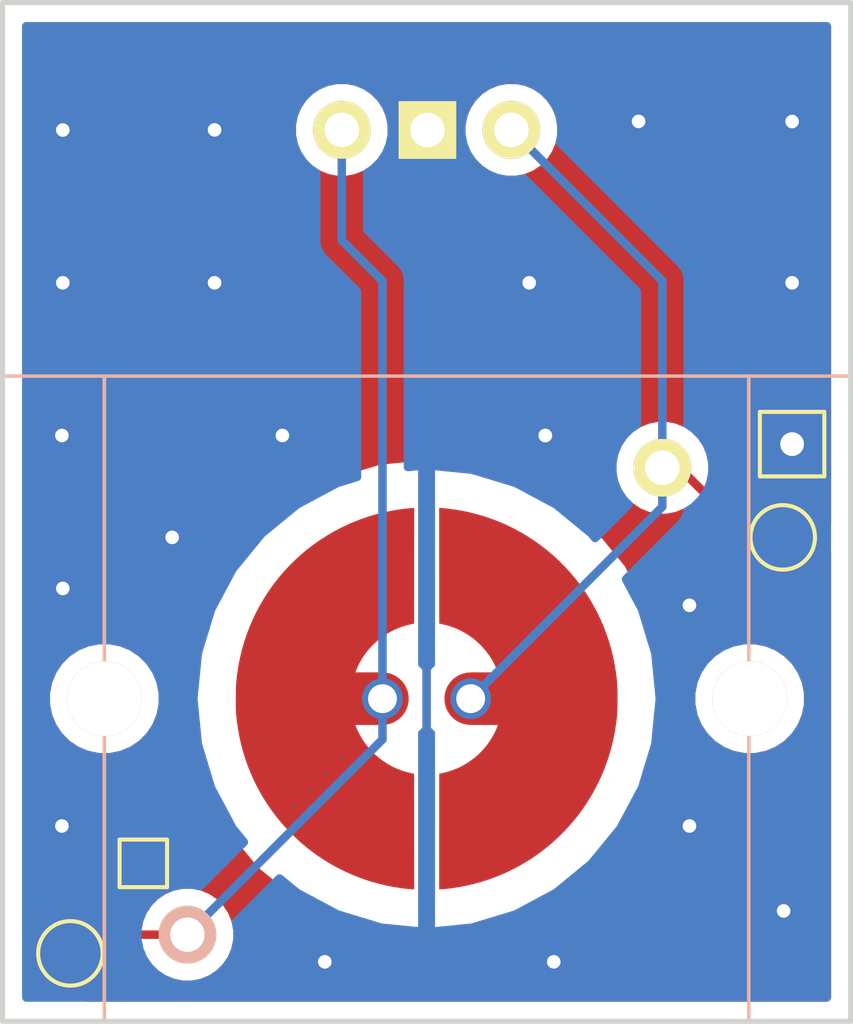
<source format=kicad_pcb>
(kicad_pcb (version 20171130) (host pcbnew "(5.0.0-3-g5ebb6b6)")

  (general
    (thickness 1.6)
    (drawings 15)
    (tracks 42)
    (zones 0)
    (modules 12)
    (nets 4)
  )

  (page A4)
  (layers
    (0 F.Cu signal)
    (31 B.Cu signal)
    (32 B.Adhes user)
    (33 F.Adhes user)
    (34 B.Paste user)
    (35 F.Paste user)
    (36 B.SilkS user)
    (37 F.SilkS user)
    (38 B.Mask user)
    (39 F.Mask user)
    (40 Dwgs.User user)
    (41 Cmts.User user hide)
    (42 Eco1.User user hide)
    (43 Eco2.User user)
    (44 Edge.Cuts user)
    (45 Margin user)
    (46 B.CrtYd user)
    (47 F.CrtYd user)
    (48 B.Fab user)
    (49 F.Fab user)
  )

  (setup
    (last_trace_width 0.25)
    (trace_clearance 0.2)
    (zone_clearance 0.5)
    (zone_45_only no)
    (trace_min 0.2)
    (segment_width 0.15)
    (edge_width 0.15)
    (via_size 0.8)
    (via_drill 0.4)
    (via_min_size 0.4)
    (via_min_drill 0.3)
    (uvia_size 0.3)
    (uvia_drill 0.1)
    (uvias_allowed no)
    (uvia_min_size 0.2)
    (uvia_min_drill 0.1)
    (pcb_text_width 0.3)
    (pcb_text_size 1.5 1.5)
    (mod_edge_width 0.15)
    (mod_text_size 1 1)
    (mod_text_width 0.15)
    (pad_size 1.5 1.5)
    (pad_drill 0)
    (pad_to_mask_clearance 0.2)
    (aux_axis_origin 0 0)
    (visible_elements FFFFFF7F)
    (pcbplotparams
      (layerselection 0x010fc_ffffffff)
      (usegerberextensions false)
      (usegerberattributes false)
      (usegerberadvancedattributes false)
      (creategerberjobfile false)
      (excludeedgelayer true)
      (linewidth 0.100000)
      (plotframeref false)
      (viasonmask false)
      (mode 1)
      (useauxorigin false)
      (hpglpennumber 1)
      (hpglpenspeed 20)
      (hpglpendiameter 15.000000)
      (psnegative false)
      (psa4output false)
      (plotreference true)
      (plotvalue true)
      (plotinvisibletext false)
      (padsonsilk false)
      (subtractmaskfromsilk false)
      (outputformat 1)
      (mirror false)
      (drillshape 1)
      (scaleselection 1)
      (outputdirectory ""))
  )

  (net 0 "")
  (net 1 GND)
  (net 2 "Net-(SW_EC1-Pad2)")
  (net 3 "Net-(SW_EC1-Pad1)")

  (net_class Default "これはデフォルトのネット クラスです。"
    (clearance 0.2)
    (trace_width 0.25)
    (via_dia 0.8)
    (via_drill 0.4)
    (uvia_dia 0.3)
    (uvia_drill 0.1)
    (add_net GND)
    (add_net "Net-(SW_EC1-Pad1)")
    (add_net "Net-(SW_EC1-Pad2)")
  )

  (module TestPoint:TestPoint_Pad_D1.5mm (layer F.Cu) (tedit 5B96794F) (tstamp 5B990B71)
    (at 50.5 30.75)
    (descr "SMD pad as test Point, diameter 1.5mm")
    (tags "test point SMD pad")
    (attr virtual)
    (fp_text reference REF** (at 0 -1.648) (layer F.SilkS) hide
      (effects (font (size 1 1) (thickness 0.15)))
    )
    (fp_text value CONN_1 (at 0 1.75) (layer F.Fab) hide
      (effects (font (size 1 1) (thickness 0.15)))
    )
    (fp_text user %R (at 0 -1.65) (layer F.Fab) hide
      (effects (font (size 1 1) (thickness 0.15)))
    )
    (fp_circle (center 0 0) (end 1.25 0) (layer F.CrtYd) (width 0.05))
    (fp_circle (center 0 0) (end 0 0.95) (layer F.SilkS) (width 0.12))
    (pad 12 smd circle (at 0 0) (size 1.5 1.5) (layers F.Cu F.Mask)
      (net 2 "Net-(SW_EC1-Pad2)"))
  )

  (module bsakatu_kbd_lib:Topre_SW_temp (layer F.Cu) (tedit 5B953196) (tstamp 5BAAA49F)
    (at 40 35.5)
    (path /5B924C07)
    (zone_connect 2)
    (fp_text reference SW_EC1 (at 0 -8.5) (layer F.SilkS) hide
      (effects (font (size 1.524 1.524) (thickness 0.15)))
    )
    (fp_text value SW_Electro_Capacitive (at 0 10.5) (layer F.SilkS) hide
      (effects (font (size 1.524 1.524) (thickness 0.15)))
    )
    (fp_arc (start 9.5 0) (end 9.42 -1.35) (angle -173) (layer F.Fab) (width 0.15))
    (fp_line (start 9.425 1.35) (end 9.425 6.925) (layer F.Fab) (width 0.15))
    (fp_line (start -9.425 1.35) (end -9.425 6.925) (layer F.Fab) (width 0.15))
    (fp_arc (start -9.5 0) (end -9.42 -1.35) (angle 173) (layer F.Fab) (width 0.15))
    (fp_arc (start -6.925 -6.925) (end -9.425 -6.925) (angle 90) (layer F.Fab) (width 0.15))
    (fp_arc (start -6.925 6.925) (end -6.925 9.425) (angle 90) (layer F.Fab) (width 0.15))
    (fp_arc (start 6.925 6.925) (end 9.425 6.925) (angle 90) (layer F.Fab) (width 0.15))
    (fp_arc (start 6.925 -6.925) (end 6.925 -9.425) (angle 90) (layer F.Fab) (width 0.15))
    (fp_line (start -6.925 -9.425) (end 6.925 -9.425) (layer F.Fab) (width 0.15))
    (fp_line (start 9.425 -6.925) (end 9.425 -1.35) (layer F.Fab) (width 0.15))
    (fp_line (start -6.925 9.425) (end 6.925 9.425) (layer F.Fab) (width 0.15))
    (fp_line (start -9.425 -6.925) (end -9.425 -1.35) (layer F.Fab) (width 0.15))
    (fp_circle (center 0 0) (end 7.725 0) (layer Cmts.User) (width 1.4))
    (fp_circle (center 0 0) (end 6.5 0) (layer Cmts.User) (width 0.5))
    (pad 3 smd rect (at 0 0) (size 0.25 14.05) (layers F.Cu)
      (net 1 GND) (zone_connect 2))
    (pad 2 smd custom (at 2.075 0) (size 1.55 1.55) (layers F.Cu)
      (net 2 "Net-(SW_EC1-Pad2)") (zone_connect 0)
      (options (clearance outline) (anchor rect))
      (primitives
        (gr_circle (center -0.775 0) (end 0 0) (width 0))
        (gr_poly (pts
           (xy -1.653646 -5.610905) (xy -1.617746 -5.608476) (xy -1.574047 -5.604646) (xy -1.524026 -5.599596) (xy -1.469161 -5.593505)
           (xy -1.410929 -5.586553) (xy -1.350807 -5.578918) (xy -1.290273 -5.570781) (xy -1.230804 -5.562321) (xy -1.173878 -5.553718)
           (xy -1.120971 -5.54515) (xy -1.094305 -5.540551) (xy -0.852844 -5.492438) (xy -0.61538 -5.434349) (xy -0.382134 -5.366513)
           (xy -0.153327 -5.289164) (xy 0.070819 -5.202533) (xy 0.290083 -5.10685) (xy 0.504244 -5.002348) (xy 0.713081 -4.889258)
           (xy 0.916372 -4.767811) (xy 1.113896 -4.638239) (xy 1.305432 -4.500773) (xy 1.490759 -4.355644) (xy 1.669655 -4.203085)
           (xy 1.841899 -4.043327) (xy 2.00727 -3.8766) (xy 2.165548 -3.703137) (xy 2.316509 -3.523168) (xy 2.459934 -3.336926)
           (xy 2.595601 -3.144642) (xy 2.723289 -2.946547) (xy 2.842776 -2.742873) (xy 2.953842 -2.533851) (xy 3.056265 -2.319712)
           (xy 3.149823 -2.100689) (xy 3.234297 -1.877012) (xy 3.309463 -1.648912) (xy 3.375102 -1.416623) (xy 3.430992 -1.180374)
           (xy 3.476912 -0.940397) (xy 3.509117 -0.724625) (xy 3.517165 -0.661674) (xy 3.524093 -0.605045) (xy 3.529984 -0.553277)
           (xy 3.53492 -0.504912) (xy 3.538985 -0.458488) (xy 3.542259 -0.412546) (xy 3.544826 -0.365625) (xy 3.546767 -0.316266)
           (xy 3.548166 -0.263008) (xy 3.549104 -0.204391) (xy 3.549664 -0.138956) (xy 3.549927 -0.065241) (xy 3.549981 0)
           (xy 3.549893 0.08131) (xy 3.549574 0.153184) (xy 3.548943 0.217082) (xy 3.547916 0.274465) (xy 3.546411 0.326793)
           (xy 3.544347 0.375526) (xy 3.54164 0.422123) (xy 3.538208 0.468045) (xy 3.533969 0.514752) (xy 3.528841 0.563705)
           (xy 3.522741 0.616362) (xy 3.515588 0.674184) (xy 3.509117 0.724625) (xy 3.472244 0.967618) (xy 3.425227 1.207037)
           (xy 3.368289 1.442655) (xy 3.301657 1.674246) (xy 3.225555 1.901584) (xy 3.140207 2.124442) (xy 3.045839 2.342595)
           (xy 2.942675 2.555815) (xy 2.830941 2.763878) (xy 2.71086 2.966555) (xy 2.582659 3.163622) (xy 2.446562 3.354851)
           (xy 2.302793 3.540017) (xy 2.151578 3.718893) (xy 1.993141 3.891252) (xy 1.827707 4.05687) (xy 1.655502 4.215519)
           (xy 1.476749 4.366973) (xy 1.291674 4.511006) (xy 1.100502 4.647391) (xy 0.903457 4.775902) (xy 0.700765 4.896314)
           (xy 0.49265 5.008399) (xy 0.279336 5.111931) (xy 0.06105 5.206685) (xy -0.161985 5.292433) (xy -0.389543 5.36895)
           (xy -0.6214 5.436009) (xy -0.85733 5.493384) (xy -1.09711 5.540849) (xy -1.309513 5.574021) (xy -1.348198 5.579091)
           (xy -1.391187 5.584343) (xy -1.436746 5.589599) (xy -1.483139 5.594681) (xy -1.528633 5.599414) (xy -1.571491 5.603619)
           (xy -1.609978 5.607121) (xy -1.64236 5.609741) (xy -1.666902 5.611304) (xy -1.678645 5.611674) (xy -1.699084 5.611755)
           (xy -1.697714 3.913265) (xy -1.696343 2.214776) (xy -1.614563 2.197735) (xy -1.463202 2.160694) (xy -1.315651 2.113571)
           (xy -1.172328 2.056638) (xy -1.033653 1.990169) (xy -0.900044 1.914436) (xy -0.771922 1.829713) (xy -0.649704 1.736273)
           (xy -0.533811 1.634388) (xy -0.42466 1.524332) (xy -0.322671 1.406378) (xy -0.246259 1.306151) (xy -0.16193 1.17979)
           (xy -0.086375 1.047444) (xy -0.019855 0.909916) (xy 0.037372 0.768008) (xy 0.085048 0.622525) (xy 0.122912 0.474268)
           (xy 0.150705 0.32404) (xy 0.16817 0.172644) (xy 0.175047 0.020883) (xy 0.17515 0) (xy 0.169756 -0.154213)
           (xy 0.153717 -0.307016) (xy 0.127248 -0.457893) (xy 0.090564 -0.606331) (xy 0.04388 -0.751815) (xy -0.012589 -0.893831)
           (xy -0.078629 -1.031865) (xy -0.154024 -1.165402) (xy -0.238561 -1.293927) (xy -0.332023 -1.416927) (xy -0.434196 -1.533887)
           (xy -0.489448 -1.590905) (xy -0.604025 -1.697478) (xy -0.724954 -1.795286) (xy -0.851835 -1.884115) (xy -0.984269 -1.963749)
           (xy -1.121856 -2.033972) (xy -1.264196 -2.094569) (xy -1.410891 -2.145325) (xy -1.561541 -2.186023) (xy -1.614563 -2.197734)
           (xy -1.696343 -2.214776) (xy -1.697714 -3.913265) (xy -1.699084 -5.611754) (xy -1.68027 -5.611754) (xy -1.653646 -5.610905)
) (width 0.01))
      ))
    (pad 1 smd custom (at -2.075 0) (size 1.55 1.55) (layers F.Cu)
      (net 3 "Net-(SW_EC1-Pad1)") (zone_connect 0)
      (options (clearance outline) (anchor rect))
      (primitives
        (gr_circle (center 0.775 0) (end 1.55 0) (width 0))
        (gr_poly (pts
           (xy 1.703162 -3.913265) (xy 1.701791 -2.214776) (xy 1.620011 -2.197734) (xy 1.470682 -2.161162) (xy 1.324991 -2.11462)
           (xy 1.183393 -2.058482) (xy 1.046344 -1.99312) (xy 0.9143 -1.918907) (xy 0.787715 -1.836214) (xy 0.667046 -1.745414)
           (xy 0.552748 -1.64688) (xy 0.445277 -1.540983) (xy 0.345088 -1.428097) (xy 0.252637 -1.308593) (xy 0.16838 -1.182844)
           (xy 0.092772 -1.051223) (xy 0.026269 -0.914101) (xy 0.013538 -0.884725) (xy -0.043432 -0.736959) (xy -0.089776 -0.587315)
           (xy -0.125495 -0.436196) (xy -0.150588 -0.284001) (xy -0.165057 -0.131132) (xy -0.168903 0.02201) (xy -0.162126 0.175024)
           (xy -0.144726 0.327508) (xy -0.116705 0.479062) (xy -0.078062 0.629284) (xy -0.0288 0.777774) (xy 0.016421 0.890798)
           (xy 0.081517 1.028299) (xy 0.156303 1.161395) (xy 0.240232 1.289418) (xy 0.332759 1.411699) (xy 0.433337 1.527569)
           (xy 0.541421 1.636361) (xy 0.656463 1.737406) (xy 0.777918 1.830035) (xy 0.791924 1.839876) (xy 0.924415 1.925727)
           (xy 1.060873 2.001431) (xy 1.201358 2.067016) (xy 1.345928 2.122505) (xy 1.494645 2.167926) (xy 1.620011 2.197735)
           (xy 1.701791 2.214776) (xy 1.703162 3.913265) (xy 1.704532 5.611755) (xy 1.673196 5.611051) (xy 1.657488 5.610298)
           (xy 1.633394 5.60865) (xy 1.603371 5.606295) (xy 1.569877 5.603426) (xy 1.541066 5.600778) (xy 1.329899 5.576354)
           (xy 1.115825 5.54309) (xy 0.901425 5.501511) (xy 0.689283 5.452146) (xy 0.481979 5.39552) (xy 0.375849 5.36303)
           (xy 0.142156 5.283086) (xy -0.086372 5.193692) (xy -0.309528 5.095096) (xy -0.527106 4.987544) (xy -0.7389 4.871283)
           (xy -0.944703 4.746558) (xy -1.144311 4.613617) (xy -1.337515 4.472707) (xy -1.524111 4.324072) (xy -1.703891 4.167961)
           (xy -1.876651 4.00462) (xy -2.042182 3.834295) (xy -2.200281 3.657233) (xy -2.350739 3.47368) (xy -2.493351 3.283882)
           (xy -2.627911 3.088087) (xy -2.754213 2.886541) (xy -2.872049 2.67949) (xy -2.981215 2.467181) (xy -3.081504 2.249861)
           (xy -3.17271 2.027775) (xy -3.254626 1.801171) (xy -3.327047 1.570295) (xy -3.389766 1.335394) (xy -3.442576 1.096713)
           (xy -3.485273 0.8545) (xy -3.503751 0.724625) (xy -3.511907 0.661096) (xy -3.518922 0.603623) (xy -3.52488 0.550727)
           (xy -3.529863 0.500927) (xy -3.533956 0.452745) (xy -3.53724 0.404702) (xy -3.5398 0.355318) (xy -3.541719 0.303114)
           (xy -3.543079 0.246611) (xy -3.543964 0.184329) (xy -3.544456 0.11479) (xy -3.54464 0.036513) (xy -3.544644 -0.002724)
           (xy -3.544518 -0.084074) (xy -3.544157 -0.156001) (xy -3.543479 -0.219978) (xy -3.542399 -0.277475) (xy -3.540833 -0.329967)
           (xy -3.538699 -0.378925) (xy -3.535912 -0.425821) (xy -3.53239 -0.472129) (xy -3.528047 -0.51932) (xy -3.522801 -0.568866)
           (xy -3.516568 -0.622241) (xy -3.509265 -0.680916) (xy -3.50364 -0.724625) (xy -3.466608 -0.968102) (xy -3.419285 -1.208385)
           (xy -3.361871 -1.445208) (xy -3.294569 -1.67831) (xy -3.217579 -1.907426) (xy -3.131102 -2.132294) (xy -3.03534 -2.352649)
           (xy -2.930494 -2.56823) (xy -2.816766 -2.778772) (xy -2.694356 -2.984013) (xy -2.563465 -3.183689) (xy -2.424296 -3.377536)
           (xy -2.277048 -3.565292) (xy -2.121924 -3.746693) (xy -1.959125 -3.921477) (xy -1.788852 -4.089379) (xy -1.611305 -4.250136)
           (xy -1.426687 -4.403486) (xy -1.235199 -4.549164) (xy -1.037041 -4.686908) (xy -0.832415 -4.816455) (xy -0.621523 -4.93754)
           (xy -0.404565 -5.049902) (xy -0.181743 -5.153275) (xy -0.087978 -5.193316) (xy 0.137157 -5.281333) (xy 0.366715 -5.359825)
           (xy 0.599719 -5.42853) (xy 0.835192 -5.487187) (xy 1.072159 -5.535533) (xy 1.309641 -5.573308) (xy 1.350375 -5.578709)
           (xy 1.395214 -5.584278) (xy 1.442232 -5.589761) (xy 1.489731 -5.594991) (xy 1.536011 -5.5998) (xy 1.579374 -5.60402)
           (xy 1.618122 -5.607484) (xy 1.650557 -5.610025) (xy 1.674979 -5.611476) (xy 1.685718 -5.611754) (xy 1.704532 -5.611754)
           (xy 1.703162 -3.913265)) (width 0.01))
      ))
    (pad "" smd custom (at 0 0) (size 0.25 13) (layers B.Cu)
      (net 1 GND) (zone_connect 2)
      (options (clearance outline) (anchor rect))
      (primitives
        (gr_poly (pts
           (xy -0.125 0.85) (xy -0.25 0.975) (xy -0.25 6.745) (xy 0.25 6.745) (xy 0.25 0.975)
           (xy 0.125 0.85) (xy 0.125 -0.85) (xy 0.25 -0.975) (xy 0.25 -6.745) (xy -0.25 -6.745)
           (xy -0.25 -0.975) (xy -0.125 -0.85)) (width 0))
      ))
    (pad 2 thru_hole circle (at 1.3 0) (size 1.2 1.2) (drill 0.85) (layers *.Cu *.Mask)
      (net 2 "Net-(SW_EC1-Pad2)") (zone_connect 2))
    (pad 1 thru_hole circle (at -1.3 0) (size 1.2 1.2) (drill 0.85) (layers *.Cu *.Mask)
      (net 3 "Net-(SW_EC1-Pad1)") (zone_connect 2))
  )

  (module TestPoint:TestPoint_Pad_D1.5mm (layer F.Cu) (tedit 5B96794B) (tstamp 5B990A51)
    (at 29.5 43)
    (descr "SMD pad as test Point, diameter 1.5mm")
    (tags "test point SMD pad")
    (attr virtual)
    (fp_text reference REF** (at 0 -1.648) (layer F.SilkS) hide
      (effects (font (size 1 1) (thickness 0.15)))
    )
    (fp_text value CONN_1 (at 0 1.75) (layer F.Fab) hide
      (effects (font (size 1 1) (thickness 0.15)))
    )
    (fp_circle (center 0 0) (end 0 0.95) (layer F.SilkS) (width 0.12))
    (fp_circle (center 0 0) (end 1.25 0) (layer F.CrtYd) (width 0.05))
    (fp_text user %R (at 0 -1.65) (layer F.Fab) hide
      (effects (font (size 1 1) (thickness 0.15)))
    )
    (pad 11 smd circle (at 0 0) (size 1.5 1.5) (layers F.Cu F.Mask)
      (net 3 "Net-(SW_EC1-Pad1)"))
  )

  (module TestPoint:TestPoint_Pad_1.0x1.0mm (layer F.Cu) (tedit 5B9671F1) (tstamp 5B9905A3)
    (at 31.65 40.35)
    (descr "SMD rectangular pad as test Point, square 1.0mm side length")
    (tags "test point SMD pad rectangle square")
    (attr virtual)
    (fp_text reference REF** (at 0 -1.448) (layer F.SilkS) hide
      (effects (font (size 1 1) (thickness 0.15)))
    )
    (fp_text value TestPoint_Pad_1.0x1.0mm (at 0 1.55) (layer F.Fab) hide
      (effects (font (size 1 1) (thickness 0.15)))
    )
    (fp_line (start 1 1) (end -1 1) (layer F.CrtYd) (width 0.05))
    (fp_line (start 1 1) (end 1 -1) (layer F.CrtYd) (width 0.05))
    (fp_line (start -1 -1) (end -1 1) (layer F.CrtYd) (width 0.05))
    (fp_line (start -1 -1) (end 1 -1) (layer F.CrtYd) (width 0.05))
    (fp_line (start -0.7 0.7) (end -0.7 -0.7) (layer F.SilkS) (width 0.12))
    (fp_line (start 0.7 0.7) (end -0.7 0.7) (layer F.SilkS) (width 0.12))
    (fp_line (start 0.7 -0.7) (end 0.7 0.7) (layer F.SilkS) (width 0.12))
    (fp_line (start -0.7 -0.7) (end 0.7 -0.7) (layer F.SilkS) (width 0.12))
    (fp_text user %R (at 0 -1.45) (layer F.Fab) hide
      (effects (font (size 1 1) (thickness 0.15)))
    )
    (pad 7 smd rect (at 0 0) (size 1 1) (layers F.Cu F.Mask)
      (net 1 GND))
  )

  (module TestPoint:TestPoint_THTPad_1.5x1.5mm_Drill0.7mm (layer F.Cu) (tedit 5B962272) (tstamp 5B955579)
    (at 50.776 28.004)
    (descr "THT rectangular pad as test Point, square 1.5mm side length, hole diameter 0.7mm")
    (tags "test point THT pad rectangle square")
    (attr virtual)
    (fp_text reference REF** (at 0 -1.648) (layer F.SilkS) hide
      (effects (font (size 1 1) (thickness 0.15)))
    )
    (fp_text value TestPoint_THTPad_1.5x1.5mm_Drill0.7mm (at 0 1.75) (layer F.Fab) hide
      (effects (font (size 1 1) (thickness 0.15)))
    )
    (fp_line (start 1.25 1.25) (end -1.25 1.25) (layer F.CrtYd) (width 0.05))
    (fp_line (start 1.25 1.25) (end 1.25 -1.25) (layer F.CrtYd) (width 0.05))
    (fp_line (start -1.25 -1.25) (end -1.25 1.25) (layer F.CrtYd) (width 0.05))
    (fp_line (start -1.25 -1.25) (end 1.25 -1.25) (layer F.CrtYd) (width 0.05))
    (fp_line (start -0.95 0.95) (end -0.95 -0.95) (layer F.SilkS) (width 0.12))
    (fp_line (start 0.95 0.95) (end -0.95 0.95) (layer F.SilkS) (width 0.12))
    (fp_line (start 0.95 -0.95) (end 0.95 0.95) (layer F.SilkS) (width 0.12))
    (fp_line (start -0.95 -0.95) (end 0.95 -0.95) (layer F.SilkS) (width 0.12))
    (fp_text user %R (at 0 -1.65) (layer F.Fab) hide
      (effects (font (size 1 1) (thickness 0.15)))
    )
    (pad 8 thru_hole rect (at 0 0) (size 1.5 1.5) (drill 0.7) (layers *.Cu *.Mask)
      (net 1 GND))
  )

  (module keyboard_parts:PIN_1 (layer F.Cu) (tedit 5B9540A5) (tstamp 5B9551B7)
    (at 46.95 28.7)
    (tags "CONN pin 1 circle")
    (fp_text reference P? (at 0 -1.45) (layer F.SilkS) hide
      (effects (font (size 0.8 0.8) (thickness 0.15)))
    )
    (fp_text value CONN_1 (at 0 -1.45) (layer F.SilkS) hide
      (effects (font (size 0.8 0.8) (thickness 0.15)))
    )
    (pad 10 thru_hole circle (at 0 0) (size 1.7 1.7) (drill 1.016) (layers *.Cu *.Mask F.SilkS)
      (net 2 "Net-(SW_EC1-Pad2)"))
  )

  (module keyboard_parts:PIN_1 (layer F.Cu) (tedit 5B9674F2) (tstamp 5B95430E)
    (at 32.95 42.45)
    (tags "CONN pin 1 circle")
    (fp_text reference REF** (at 0 -1.45) (layer F.SilkS) hide
      (effects (font (size 0.8 0.8) (thickness 0.15)))
    )
    (fp_text value CONN_1 (at 0 -1.45) (layer F.SilkS) hide
      (effects (font (size 0.8 0.8) (thickness 0.15)))
    )
    (pad 9 thru_hole circle (at 0 0) (size 1.7 1.7) (drill 1.016) (layers *.Cu *.SilkS *.Mask)
      (net 3 "Net-(SW_EC1-Pad1)"))
  )

  (module keyboard_parts:PIN_1_SQUARE (layer F.Cu) (tedit 5B95407C) (tstamp 5BAF4138)
    (at 40.026 18.754)
    (tags "CONN pin 1 square")
    (fp_text reference P? (at 0 -1.55) (layer F.SilkS) hide
      (effects (font (size 0.8 0.8) (thickness 0.15)))
    )
    (fp_text value CONN_1 (at 0 -1.55) (layer F.SilkS) hide
      (effects (font (size 0.8 0.8) (thickness 0.15)))
    )
    (pad 4 thru_hole rect (at 0 0) (size 1.7 1.7) (drill 1.016) (layers *.Cu *.Mask F.SilkS)
      (net 1 GND))
  )

  (module keyboard_parts:HOLE_M2.6 (layer F.Cu) (tedit 5B926957) (tstamp 5BAC2BB8)
    (at 49.525 35.5)
    (fp_text reference HOLE_M2.6 (at 0 -4.5) (layer F.SilkS) hide
      (effects (font (size 1.524 1.524) (thickness 0.3048)))
    )
    (fp_text value VAL** (at 0.05 -7.25) (layer F.SilkS) hide
      (effects (font (size 1.524 1.524) (thickness 0.3048)))
    )
    (pad "" thru_hole circle (at 0 0) (size 2.2 2.2) (drill 2.2) (layers *.Cu *.SilkS *.Mask))
  )

  (module keyboard_parts:HOLE_M2.6 (layer F.Cu) (tedit 5B926957) (tstamp 5BAC2B30)
    (at 30.5 35.5)
    (fp_text reference HOLE_M2.6 (at 0 -4.5) (layer F.SilkS) hide
      (effects (font (size 1.524 1.524) (thickness 0.3048)))
    )
    (fp_text value VAL** (at 0.05 -7.25) (layer F.SilkS) hide
      (effects (font (size 1.524 1.524) (thickness 0.3048)))
    )
    (pad "" thru_hole circle (at 0 0) (size 2.2 2.2) (drill 2.2) (layers *.Cu *.SilkS *.Mask))
  )

  (module keyboard_parts:PIN_1 (layer F.Cu) (tedit 5B954083) (tstamp 5BAF4304)
    (at 37.5 18.75)
    (tags "CONN pin 1 circle")
    (fp_text reference P? (at 0 -1.45) (layer F.SilkS) hide
      (effects (font (size 0.8 0.8) (thickness 0.15)))
    )
    (fp_text value CONN_1 (at 0 -1.45) (layer F.SilkS) hide
      (effects (font (size 0.8 0.8) (thickness 0.15)))
    )
    (pad 5 thru_hole circle (at 0 0) (size 1.7 1.7) (drill 1.016) (layers *.Cu *.Mask F.SilkS)
      (net 3 "Net-(SW_EC1-Pad1)"))
  )

  (module keyboard_parts:PIN_1 (layer F.Cu) (tedit 5B932A3D) (tstamp 5BAF43F5)
    (at 42.5 18.75)
    (tags "CONN pin 1 circle")
    (fp_text reference P? (at 0 -1.45) (layer F.SilkS) hide
      (effects (font (size 0.8 0.8) (thickness 0.15)))
    )
    (fp_text value CONN_1 (at 0 -1.45) (layer F.SilkS) hide
      (effects (font (size 0.8 0.8) (thickness 0.15)))
    )
    (pad 6 thru_hole circle (at 0 0) (size 1.7 1.7) (drill 1.016) (layers *.Cu *.Mask F.SilkS)
      (net 2 "Net-(SW_EC1-Pad2)"))
  )

  (gr_circle (center 40 35) (end 46.5 35) (layer Eco1.User) (width 0.15))
  (gr_line (start 31.7 26.8) (end 48.3 26.8) (layer Eco1.User) (width 0.15) (tstamp 5B98F8DC))
  (gr_line (start 48.3 26.8) (end 48.3 43.2) (layer Eco1.User) (width 0.15) (tstamp 5B98F8FD))
  (gr_line (start 31.7 26.8) (end 31.7 43.2) (layer Eco1.User) (width 0.15) (tstamp 5B98F5EF))
  (gr_line (start 31.7 43.2) (end 48.3 43.2) (layer Eco1.User) (width 0.15) (tstamp 5B98F5E8))
  (gr_line (start 27.5 26) (end 52.5 26) (layer B.SilkS) (width 0.1) (tstamp 5B9559B4))
  (gr_line (start 49.5 45) (end 49.5 26) (layer B.SilkS) (width 0.1) (tstamp 5B9559B3))
  (gr_line (start 30.5 45) (end 30.5 26) (layer B.SilkS) (width 0.1) (tstamp 5B9559B1))
  (gr_line (start 49.5 45) (end 49.5 26) (layer F.SilkS) (width 0.1) (tstamp 5B9543FD))
  (gr_line (start 30.5 45) (end 30.5 26) (layer F.SilkS) (width 0.1) (tstamp 5B9543F7))
  (gr_line (start 27.5 26) (end 52.5 26) (layer F.SilkS) (width 0.1))
  (gr_line (start 27.5 15) (end 52.5 15) (layer Edge.Cuts) (width 0.15))
  (gr_line (start 27.5 45) (end 52.5 45) (layer Edge.Cuts) (width 0.15))
  (gr_line (start 52.5 45) (end 52.5 15) (layer Edge.Cuts) (width 0.15))
  (gr_line (start 27.5 15) (end 27.5 45) (layer Edge.Cuts) (width 0.15) (tstamp 5B98FE2A))

  (via (at 29.276 18.754) (size 0.8) (drill 0.4) (layers F.Cu B.Cu) (net 1))
  (via (at 37 43.25) (size 0.8) (drill 0.4) (layers F.Cu B.Cu) (net 1))
  (via (at 29.276 23.254) (size 0.8) (drill 0.4) (layers F.Cu B.Cu) (net 1))
  (segment (start 40.026 18.754) (end 40.026 29.004) (width 0.25) (layer B.Cu) (net 1))
  (via (at 43.75 43.25) (size 0.8) (drill 0.4) (layers F.Cu B.Cu) (net 1) (tstamp 5B9556D4))
  (via (at 50.526 41.75) (size 0.8) (drill 0.4) (layers F.Cu B.Cu) (net 1))
  (via (at 29.25 39.25) (size 0.8) (drill 0.4) (layers F.Cu B.Cu) (net 1))
  (via (at 29.276 32.254) (size 0.8) (drill 0.4) (layers F.Cu B.Cu) (net 1))
  (via (at 50.776 23.254) (size 0.8) (drill 0.4) (layers F.Cu B.Cu) (net 1))
  (via (at 50.776 18.504) (size 0.8) (drill 0.4) (layers F.Cu B.Cu) (net 1))
  (via (at 46.25 18.5) (size 0.8) (drill 0.4) (layers F.Cu B.Cu) (net 1))
  (via (at 33.75 18.75) (size 0.8) (drill 0.4) (layers F.Cu B.Cu) (net 1))
  (via (at 33.75 23.254) (size 0.8) (drill 0.4) (layers F.Cu B.Cu) (net 1))
  (via (at 43.026 23.254) (size 0.8) (drill 0.4) (layers F.Cu B.Cu) (net 1))
  (via (at 47.75 39.25) (size 0.8) (drill 0.4) (layers F.Cu B.Cu) (net 1))
  (via (at 29.25 27.75) (size 0.8) (drill 0.4) (layers F.Cu B.Cu) (net 1))
  (via (at 32.5 30.75) (size 0.8) (drill 0.4) (layers F.Cu B.Cu) (net 1))
  (via (at 35.75 27.75) (size 0.8) (drill 0.4) (layers F.Cu B.Cu) (net 1))
  (via (at 43.5 27.75) (size 0.8) (drill 0.4) (layers F.Cu B.Cu) (net 1))
  (via (at 43.5 27.75) (size 0.8) (drill 0.4) (layers F.Cu B.Cu) (net 1) (tstamp 5B990C92))
  (via (at 43.5 27.75) (size 0.8) (drill 0.4) (layers F.Cu B.Cu) (net 1))
  (via (at 47.75 32.75) (size 0.8) (drill 0.4) (layers F.Cu B.Cu) (net 1))
  (segment (start 41.899999 34.900001) (end 41.899999 34.880001) (width 0.25) (layer B.Cu) (net 2))
  (segment (start 41.3 35.5) (end 41.899999 34.900001) (width 0.25) (layer B.Cu) (net 2))
  (segment (start 41.899999 34.900001) (end 46.95 29.85) (width 0.25) (layer B.Cu) (net 2))
  (segment (start 46.95 29.85) (end 46.95 28.75) (width 0.25) (layer B.Cu) (net 2))
  (segment (start 46.95 28.7) (end 46.95 23.2) (width 0.25) (layer B.Cu) (net 2))
  (segment (start 46.95 23.2) (end 42.5 18.75) (width 0.25) (layer B.Cu) (net 2))
  (segment (start 46.95 28.7) (end 47.45 28.7) (width 0.25) (layer F.Cu) (net 2))
  (segment (start 47.45 28.7) (end 48 29.25) (width 0.25) (layer F.Cu) (net 2))
  (segment (start 48 29.25) (end 48.5 29.75) (width 0.25) (layer F.Cu) (net 2))
  (segment (start 48.5 29.75) (end 49.5 29.75) (width 0.25) (layer F.Cu) (net 2))
  (segment (start 49.5 29.75) (end 50.25 30.5) (width 0.25) (layer F.Cu) (net 2))
  (segment (start 38.7 35.5) (end 38.7 23.428) (width 0.25) (layer B.Cu) (net 3))
  (segment (start 38.7 35.5) (end 38.7 36.7) (width 0.25) (layer B.Cu) (net 3))
  (segment (start 38.7 36.7) (end 32.95 42.45) (width 0.25) (layer B.Cu) (net 3))
  (segment (start 32.95 42.45) (end 31.55 42.45) (width 0.25) (layer F.Cu) (net 3))
  (segment (start 31.55 42.45) (end 31 43) (width 0.25) (layer F.Cu) (net 3))
  (segment (start 31 43) (end 29.5 43) (width 0.25) (layer F.Cu) (net 3))
  (segment (start 38.7 23.428) (end 38.7 23.2) (width 0.25) (layer B.Cu) (net 3))
  (segment (start 38.7 23.2) (end 37.5 22) (width 0.25) (layer B.Cu) (net 3))
  (segment (start 37.5 22) (end 37.5 19) (width 0.25) (layer B.Cu) (net 3))

  (zone (net 1) (net_name GND) (layer F.Cu) (tstamp 5B98FE45) (hatch edge 0.508)
    (connect_pads yes (clearance 0.5))
    (min_thickness 0.25)
    (fill yes (arc_segments 32) (thermal_gap 0.5) (thermal_bridge_width 0.5) (smoothing chamfer))
    (polygon
      (pts
        (xy 52 44.5) (xy 28 44.5) (xy 28 15.5) (xy 52 15.5)
      )
    )
    (filled_polygon
      (pts
        (xy 51.8 30.295431) (xy 51.718509 30.098693) (xy 51.568032 29.873489) (xy 51.376511 29.681968) (xy 51.151307 29.531491)
        (xy 50.901073 29.427841) (xy 50.635426 29.375) (xy 50.364574 29.375) (xy 50.215343 29.404684) (xy 50.056376 29.245717)
        (xy 50.032895 29.217105) (xy 49.918693 29.123381) (xy 49.788401 29.053739) (xy 49.647026 29.010853) (xy 49.536835 29)
        (xy 49.536827 29) (xy 49.5 28.996373) (xy 49.463173 29) (xy 48.810659 29) (xy 48.556385 28.745726)
        (xy 48.556376 28.745715) (xy 48.425 28.614339) (xy 48.425 28.554725) (xy 48.368317 28.269758) (xy 48.257128 28.001325)
        (xy 48.095707 27.759742) (xy 47.890258 27.554293) (xy 47.648675 27.392872) (xy 47.380242 27.281683) (xy 47.095275 27.225)
        (xy 46.804725 27.225) (xy 46.519758 27.281683) (xy 46.251325 27.392872) (xy 46.009742 27.554293) (xy 45.804293 27.759742)
        (xy 45.642872 28.001325) (xy 45.531683 28.269758) (xy 45.475 28.554725) (xy 45.475 28.845275) (xy 45.531683 29.130242)
        (xy 45.642872 29.398675) (xy 45.804293 29.640258) (xy 46.009742 29.845707) (xy 46.251325 30.007128) (xy 46.519758 30.118317)
        (xy 46.804725 30.175) (xy 47.095275 30.175) (xy 47.380242 30.118317) (xy 47.648675 30.007128) (xy 47.677325 29.987984)
        (xy 47.943621 30.25428) (xy 47.967105 30.282895) (xy 48.081307 30.376619) (xy 48.211599 30.446261) (xy 48.352974 30.489147)
        (xy 48.463165 30.5) (xy 48.463172 30.5) (xy 48.5 30.503627) (xy 48.536828 30.5) (xy 49.14779 30.5)
        (xy 49.125 30.614574) (xy 49.125 30.885426) (xy 49.177841 31.151073) (xy 49.281491 31.401307) (xy 49.431968 31.626511)
        (xy 49.623489 31.818032) (xy 49.848693 31.968509) (xy 50.098927 32.072159) (xy 50.364574 32.125) (xy 50.635426 32.125)
        (xy 50.901073 32.072159) (xy 51.151307 31.968509) (xy 51.376511 31.818032) (xy 51.568032 31.626511) (xy 51.718509 31.401307)
        (xy 51.8 31.204569) (xy 51.8 44.3) (xy 29.95457 44.3) (xy 30.151307 44.218509) (xy 30.376511 44.068032)
        (xy 30.568032 43.876511) (xy 30.652564 43.75) (xy 30.963173 43.75) (xy 31 43.753627) (xy 31.036827 43.75)
        (xy 31.036835 43.75) (xy 31.147026 43.739147) (xy 31.288401 43.696261) (xy 31.418693 43.626619) (xy 31.532895 43.532895)
        (xy 31.556378 43.504281) (xy 31.750664 43.309996) (xy 31.804293 43.390258) (xy 32.009742 43.595707) (xy 32.251325 43.757128)
        (xy 32.519758 43.868317) (xy 32.804725 43.925) (xy 33.095275 43.925) (xy 33.380242 43.868317) (xy 33.648675 43.757128)
        (xy 33.890258 43.595707) (xy 34.095707 43.390258) (xy 34.257128 43.148675) (xy 34.368317 42.880242) (xy 34.425 42.595275)
        (xy 34.425 42.304725) (xy 34.368317 42.019758) (xy 34.257128 41.751325) (xy 34.095707 41.509742) (xy 33.890258 41.304293)
        (xy 33.648675 41.142872) (xy 33.380242 41.031683) (xy 33.095275 40.975) (xy 32.804725 40.975) (xy 32.519758 41.031683)
        (xy 32.251325 41.142872) (xy 32.009742 41.304293) (xy 31.804293 41.509742) (xy 31.677166 41.7) (xy 31.586824 41.7)
        (xy 31.549999 41.696373) (xy 31.513174 41.7) (xy 31.513165 41.7) (xy 31.402974 41.710853) (xy 31.261599 41.753739)
        (xy 31.131307 41.823381) (xy 31.131305 41.823382) (xy 31.131306 41.823382) (xy 31.045715 41.893624) (xy 31.045708 41.893631)
        (xy 31.017105 41.917105) (xy 30.99363 41.945709) (xy 30.68934 42.25) (xy 30.652564 42.25) (xy 30.568032 42.123489)
        (xy 30.376511 41.931968) (xy 30.151307 41.781491) (xy 29.901073 41.677841) (xy 29.635426 41.625) (xy 29.364574 41.625)
        (xy 29.098927 41.677841) (xy 28.848693 41.781491) (xy 28.623489 41.931968) (xy 28.431968 42.123489) (xy 28.281491 42.348693)
        (xy 28.2 42.54543) (xy 28.2 35.330102) (xy 28.775 35.330102) (xy 28.775 35.669898) (xy 28.84129 36.003164)
        (xy 28.971324 36.317094) (xy 29.160105 36.599624) (xy 29.400376 36.839895) (xy 29.682906 37.028676) (xy 29.996836 37.15871)
        (xy 30.330102 37.225) (xy 30.669898 37.225) (xy 31.003164 37.15871) (xy 31.317094 37.028676) (xy 31.599624 36.839895)
        (xy 31.839895 36.599624) (xy 32.028676 36.317094) (xy 32.15871 36.003164) (xy 32.225 35.669898) (xy 32.225 35.487747)
        (xy 32.850602 35.487747) (xy 32.850602 35.512251) (xy 32.985585 36.882761) (xy 32.990365 36.906795) (xy 33.390128 38.224637)
        (xy 33.399506 38.247276) (xy 34.048685 39.461805) (xy 34.062299 39.482179) (xy 34.935948 40.546724) (xy 34.953275 40.564051)
        (xy 36.01782 41.4377) (xy 36.038194 41.451314) (xy 37.252723 42.100493) (xy 37.275362 42.109871) (xy 38.593204 42.509634)
        (xy 38.617238 42.514414) (xy 39.987748 42.649398) (xy 40.012252 42.649398) (xy 41.382761 42.514414) (xy 41.406795 42.509634)
        (xy 42.724637 42.109871) (xy 42.747276 42.100493) (xy 43.961805 41.451314) (xy 43.982179 41.4377) (xy 45.046724 40.564051)
        (xy 45.064051 40.546724) (xy 45.9377 39.482179) (xy 45.951314 39.461805) (xy 46.600493 38.247276) (xy 46.609871 38.224637)
        (xy 47.009634 36.906795) (xy 47.014414 36.882761) (xy 47.149398 35.512252) (xy 47.149398 35.487748) (xy 47.133872 35.330102)
        (xy 47.8 35.330102) (xy 47.8 35.669898) (xy 47.86629 36.003164) (xy 47.996324 36.317094) (xy 48.185105 36.599624)
        (xy 48.425376 36.839895) (xy 48.707906 37.028676) (xy 49.021836 37.15871) (xy 49.355102 37.225) (xy 49.694898 37.225)
        (xy 50.028164 37.15871) (xy 50.342094 37.028676) (xy 50.624624 36.839895) (xy 50.864895 36.599624) (xy 51.053676 36.317094)
        (xy 51.18371 36.003164) (xy 51.25 35.669898) (xy 51.25 35.330102) (xy 51.18371 34.996836) (xy 51.053676 34.682906)
        (xy 50.864895 34.400376) (xy 50.624624 34.160105) (xy 50.342094 33.971324) (xy 50.028164 33.84129) (xy 49.694898 33.775)
        (xy 49.355102 33.775) (xy 49.021836 33.84129) (xy 48.707906 33.971324) (xy 48.425376 34.160105) (xy 48.185105 34.400376)
        (xy 47.996324 34.682906) (xy 47.86629 34.996836) (xy 47.8 35.330102) (xy 47.133872 35.330102) (xy 47.014414 34.117238)
        (xy 47.009634 34.093204) (xy 46.609871 32.775362) (xy 46.600493 32.752723) (xy 45.951314 31.538194) (xy 45.9377 31.51782)
        (xy 45.064051 30.453275) (xy 45.046724 30.435948) (xy 43.982179 29.562299) (xy 43.961805 29.548685) (xy 42.747276 28.899506)
        (xy 42.724637 28.890128) (xy 41.406795 28.490365) (xy 41.382761 28.485585) (xy 40.012252 28.350602) (xy 39.987748 28.350602)
        (xy 38.617238 28.485585) (xy 38.593204 28.490365) (xy 37.275362 28.890128) (xy 37.252723 28.899506) (xy 36.038194 29.548685)
        (xy 36.01782 29.562299) (xy 34.953275 30.435948) (xy 34.935948 30.453275) (xy 34.062299 31.51782) (xy 34.048685 31.538194)
        (xy 33.399506 32.752723) (xy 33.390128 32.775362) (xy 32.990365 34.093204) (xy 32.985585 34.117238) (xy 32.850602 35.487747)
        (xy 32.225 35.487747) (xy 32.225 35.330102) (xy 32.15871 34.996836) (xy 32.028676 34.682906) (xy 31.839895 34.400376)
        (xy 31.599624 34.160105) (xy 31.317094 33.971324) (xy 31.003164 33.84129) (xy 30.669898 33.775) (xy 30.330102 33.775)
        (xy 29.996836 33.84129) (xy 29.682906 33.971324) (xy 29.400376 34.160105) (xy 29.160105 34.400376) (xy 28.971324 34.682906)
        (xy 28.84129 34.996836) (xy 28.775 35.330102) (xy 28.2 35.330102) (xy 28.2 18.604725) (xy 36.025 18.604725)
        (xy 36.025 18.895275) (xy 36.081683 19.180242) (xy 36.192872 19.448675) (xy 36.354293 19.690258) (xy 36.559742 19.895707)
        (xy 36.801325 20.057128) (xy 37.069758 20.168317) (xy 37.354725 20.225) (xy 37.645275 20.225) (xy 37.930242 20.168317)
        (xy 38.198675 20.057128) (xy 38.440258 19.895707) (xy 38.645707 19.690258) (xy 38.807128 19.448675) (xy 38.918317 19.180242)
        (xy 38.975 18.895275) (xy 38.975 18.604725) (xy 41.025 18.604725) (xy 41.025 18.895275) (xy 41.081683 19.180242)
        (xy 41.192872 19.448675) (xy 41.354293 19.690258) (xy 41.559742 19.895707) (xy 41.801325 20.057128) (xy 42.069758 20.168317)
        (xy 42.354725 20.225) (xy 42.645275 20.225) (xy 42.930242 20.168317) (xy 43.198675 20.057128) (xy 43.440258 19.895707)
        (xy 43.645707 19.690258) (xy 43.807128 19.448675) (xy 43.918317 19.180242) (xy 43.975 18.895275) (xy 43.975 18.604725)
        (xy 43.918317 18.319758) (xy 43.807128 18.051325) (xy 43.645707 17.809742) (xy 43.440258 17.604293) (xy 43.198675 17.442872)
        (xy 42.930242 17.331683) (xy 42.645275 17.275) (xy 42.354725 17.275) (xy 42.069758 17.331683) (xy 41.801325 17.442872)
        (xy 41.559742 17.604293) (xy 41.354293 17.809742) (xy 41.192872 18.051325) (xy 41.081683 18.319758) (xy 41.025 18.604725)
        (xy 38.975 18.604725) (xy 38.918317 18.319758) (xy 38.807128 18.051325) (xy 38.645707 17.809742) (xy 38.440258 17.604293)
        (xy 38.198675 17.442872) (xy 37.930242 17.331683) (xy 37.645275 17.275) (xy 37.354725 17.275) (xy 37.069758 17.331683)
        (xy 36.801325 17.442872) (xy 36.559742 17.604293) (xy 36.354293 17.809742) (xy 36.192872 18.051325) (xy 36.081683 18.319758)
        (xy 36.025 18.604725) (xy 28.2 18.604725) (xy 28.2 15.7) (xy 51.800001 15.7)
      )
    )
    (fill_segments
      (pts (xy 28.236 20.214) (xy 28.236 20.214))
      (pts (xy 38.086107 20.214) (xy 38.086107 20.214))
      (pts (xy 41.484618 20.214) (xy 41.484618 20.214))
      (pts (xy 44.086107 20.214) (xy 44.086107 20.214))
      (pts (xy 28.236 20.4553) (xy 28.236 20.4553))
      (pts (xy 38.27832 20.4553) (xy 38.27832 20.4553))
      (pts (xy 41.511 20.4553) (xy 41.511 20.4553))
      (pts (xy 44.27832 20.4553) (xy 44.27832 20.4553))
      (pts (xy 28.236 20.6966) (xy 28.236 20.6966))
      (pts (xy 38.40247 20.6966) (xy 38.40247 20.6966))
      (pts (xy 41.511 20.6966) (xy 41.511 20.6966))
      (pts (xy 44.40247 20.6966) (xy 44.40247 20.6966))
      (pts (xy 28.236 20.9379) (xy 28.236 20.9379))
      (pts (xy 38.477217 20.9379) (xy 38.477217 20.9379))
      (pts (xy 41.511 20.9379) (xy 41.511 20.9379))
      (pts (xy 44.477217 20.9379) (xy 44.477217 20.9379))
      (pts (xy 28.236 21.1792) (xy 28.236 21.1792))
      (pts (xy 38.511 21.1792) (xy 38.511 21.1792))
      (pts (xy 44.511 21.1792) (xy 44.511 21.1792))
      (pts (xy 28.236 21.4205) (xy 28.236 21.4205))
      (pts (xy 38.506973 21.4205) (xy 38.506973 21.4205))
      (pts (xy 39.899 21.4205) (xy 39.899 21.4205))
      (pts (xy 41.39175 21.4205) (xy 41.39175 21.4205))
      (pts (xy 44.506973 21.4205) (xy 44.506973 21.4205))
      (pts (xy 28.236 21.6618) (xy 28.236 21.6618))
      (pts (xy 38.458975 21.6618) (xy 38.458975 21.6618))
      (pts (xy 39.899 21.6618) (xy 39.899 21.6618))
      (pts (xy 41.511 21.6618) (xy 41.511 21.6618))
      (pts (xy 44.458976 21.6618) (xy 44.458976 21.6618))
      (pts (xy 28.236 21.9031) (xy 28.236 21.9031))
      (pts (xy 38.364486 21.9031) (xy 38.364486 21.9031))
      (pts (xy 39.899 21.9031) (xy 39.899 21.9031))
      (pts (xy 41.511 21.9031) (xy 41.511 21.9031))
      (pts (xy 44.364486 21.9031) (xy 44.364486 21.9031))
      (pts (xy 28.236 22.1444) (xy 28.236 22.1444))
      (pts (xy 38.217048 22.1444) (xy 38.217048 22.1444))
      (pts (xy 39.899 22.1444) (xy 39.899 22.1444))
      (pts (xy 41.511 22.1444) (xy 41.511 22.1444))
      (pts (xy 44.217048 22.1444) (xy 44.217048 22.1444))
      (pts (xy 28.236 22.3857) (xy 28.236 22.3857))
      (pts (xy 37.994407 22.3857) (xy 37.994407 22.3857))
      (pts (xy 39.899 22.3857) (xy 39.899 22.3857))
      (pts (xy 41.446635 22.3857) (xy 41.446635 22.3857))
      (pts (xy 43.994407 22.3857) (xy 43.994407 22.3857))
      (pts (xy 28.236 22.627) (xy 28.236 22.627))
      (pts (xy 37.591776 22.627) (xy 37.591776 22.627))
      (pts (xy 39.85225 22.627) (xy 39.85225 22.627))
      (pts (xy 41.236245 22.627) (xy 41.236245 22.627))
      (pts (xy 43.591776 22.627) (xy 43.591776 22.627))
      (pts (xy 28.236 22.8683) (xy 28.236 22.8683))
      (pts (xy 28.236 23.1096) (xy 28.236 23.1096))
      (pts (xy 28.236 23.3509) (xy 28.236 23.3509))
      (pts (xy 28.236 23.5922) (xy 28.236 23.5922))
      (pts (xy 28.236 23.8335) (xy 28.236 23.8335))
      (pts (xy 28.236 24.0748) (xy 28.236 24.0748))
      (pts (xy 28.236 24.3161) (xy 28.236 24.3161))
      (pts (xy 28.236 24.5574) (xy 28.236 24.5574))
      (pts (xy 28.236 24.7987) (xy 28.236 24.7987))
      (pts (xy 28.236 25.04) (xy 28.236 25.04))
      (pts (xy 28.236 25.2813) (xy 28.236 25.2813))
      (pts (xy 28.236 25.5226) (xy 28.236 25.5226))
      (pts (xy 28.236 25.7639) (xy 28.236 25.7639))
      (pts (xy 28.236 26.0052) (xy 28.236 26.0052))
      (pts (xy 28.236 26.2465) (xy 28.236 26.2465))
      (pts (xy 28.236 26.4878) (xy 28.236 26.4878))
      (pts (xy 28.236 26.7291) (xy 28.236 26.7291))
      (pts (xy 28.236 26.9704) (xy 28.236 26.9704))
      (pts (xy 28.236 27.2117) (xy 28.236 27.2117))
      (pts (xy 28.236 27.453) (xy 28.236 27.453))
      (pts (xy 28.236 27.6943) (xy 28.236 27.6943))
      (pts (xy 28.236 27.9356) (xy 28.236 27.9356))
      (pts (xy 28.236 28.1769) (xy 28.236 28.1769))
      (pts (xy 28.236 28.4182) (xy 28.236 28.4182))
      (pts (xy 40.718989 28.4182) (xy 40.718989 28.4182))
      (pts (xy 28.236 28.6595) (xy 28.236 28.6595))
      (pts (xy 41.971245 28.6595) (xy 41.971245 28.6595))
      (pts (xy 28.236 28.9008) (xy 28.236 28.9008))
      (pts (xy 42.75394 28.9008) (xy 42.75394 28.9008))
      (pts (xy 28.236 29.1421) (xy 28.236 29.1421))
      (pts (xy 43.20538 29.1421) (xy 43.20538 29.1421))
      (pts (xy 28.236 29.3834) (xy 28.236 29.3834))
      (pts (xy 43.656821 29.3834) (xy 43.656821 29.3834))
      (pts (xy 28.236 29.6247) (xy 28.236 29.6247))
      (pts (xy 44.061368 29.6247) (xy 44.061368 29.6247))
      (pts (xy 28.236 29.866) (xy 28.236 29.866))
      (pts (xy 44.355393 29.866) (xy 44.355393 29.866))
      (pts (xy 28.236 30.1073) (xy 28.236 30.1073))
      (pts (xy 44.649418 30.1073) (xy 44.649418 30.1073))
      (pts (xy 28.236 30.3486) (xy 28.236 30.3486))
      (pts (xy 44.943443 30.3486) (xy 44.943443 30.3486))
      (pts (xy 28.236 30.5899) (xy 28.236 30.5899))
      (pts (xy 45.178764 30.5899) (xy 45.178764 30.5899))
      (pts (xy 28.236 30.8312) (xy 28.236 30.8312))
      (pts (xy 45.376794 30.8312) (xy 45.376794 30.8312))
      (pts (xy 28.236 31.0725) (xy 28.236 31.0725))
      (pts (xy 45.574823 31.0725) (xy 45.574823 31.0725))
      (pts (xy 28.236 31.3138) (xy 28.236 31.3138))
      (pts (xy 45.772853 31.3138) (xy 45.772853 31.3138))
      (pts (xy 28.236 31.5551) (xy 28.236 31.5551))
      (pts (xy 45.962618 31.5551) (xy 45.962618 31.5551))
      (pts (xy 28.236 31.7964) (xy 28.236 31.7964))
      (pts (xy 46.091596 31.7964) (xy 46.091596 31.7964))
      (pts (xy 28.236 32.0377) (xy 28.236 32.0377))
      (pts (xy 46.220573 32.0377) (xy 46.220573 32.0377))
      (pts (xy 28.236 32.279) (xy 28.236 32.279))
      (pts (xy 46.349551 32.279) (xy 46.349551 32.279))
      (pts (xy 28.236 32.5203) (xy 28.236 32.5203))
      (pts (xy 46.478528 32.5203) (xy 46.478528 32.5203))
      (pts (xy 28.236 32.7616) (xy 28.236 32.7616))
      (pts (xy 46.606325 32.7616) (xy 46.606325 32.7616))
      (pts (xy 28.236 33.0029) (xy 28.236 33.0029))
      (pts (xy 46.680983 33.0029) (xy 46.680983 33.0029))
      (pts (xy 28.236 33.2442) (xy 28.236 33.2442))
      (pts (xy 46.754181 33.2442) (xy 46.754181 33.2442))
      (pts (xy 28.236 33.4855) (xy 28.236 33.4855))
      (pts (xy 46.827378 33.4855) (xy 46.827378 33.4855))
      (pts (xy 28.236 33.7268) (xy 28.236 33.7268))
      (pts (xy 46.900576 33.7268) (xy 46.900576 33.7268))
      (pts (xy 28.236 33.9681) (xy 28.236 33.9681))
      (pts (xy 31.305268 33.9681) (xy 31.305268 33.9681))
      (pts (xy 46.973774 33.9681) (xy 46.973774 33.9681))
      (pts (xy 50.355268 33.9681) (xy 50.355268 33.9681))
      (pts (xy 28.236 34.2094) (xy 28.236 34.2094))
      (pts (xy 31.638061 34.2094) (xy 31.638061 34.2094))
      (pts (xy 47.025501 34.2094) (xy 47.025501 34.2094))
      (pts (xy 50.688061 34.2094) (xy 50.688061 34.2094))
      (pts (xy 28.236 34.4507) (xy 28.236 34.4507))
      (pts (xy 31.860548 34.4507) (xy 31.860548 34.4507))
      (pts (xy 47.049267 34.4507) (xy 47.049267 34.4507))
      (pts (xy 50.910548 34.4507) (xy 50.910548 34.4507))
      (pts (xy 28.236 34.692) (xy 28.236 34.692))
      (pts (xy 32.018266 34.692) (xy 32.018266 34.692))
      (pts (xy 47.073033 34.692) (xy 47.073033 34.692))
      (pts (xy 51.068266 34.692) (xy 51.068266 34.692))
      (pts (xy 28.236 34.9333) (xy 28.236 34.9333))
      (pts (xy 32.118216 34.9333) (xy 32.118216 34.9333))
      (pts (xy 47.0968 34.9333) (xy 47.0968 34.9333))
      (pts (xy 51.168216 34.9333) (xy 51.168216 34.9333))
      (pts (xy 28.236 35.1746) (xy 28.236 35.1746))
      (pts (xy 32.179265 35.1746) (xy 32.179265 35.1746))
      (pts (xy 47.120566 35.1746) (xy 47.120566 35.1746))
      (pts (xy 51.229265 35.1746) (xy 51.229265 35.1746))
      (pts (xy 28.236 35.4159) (xy 28.236 35.4159))
      (pts (xy 32.21 35.4159) (xy 32.21 35.4159))
      (pts (xy 47.144332 35.4159) (xy 47.144332 35.4159))
      (pts (xy 51.26 35.4159) (xy 51.26 35.4159))
      (pts (xy 28.236 35.6572) (xy 28.236 35.6572))
      (pts (xy 32.21 35.6572) (xy 32.21 35.6572))
      (pts (xy 47.137131 35.6572) (xy 47.137131 35.6572))
      (pts (xy 51.26 35.6572) (xy 51.26 35.6572))
      (pts (xy 28.236 35.8985) (xy 28.236 35.8985))
      (pts (xy 32.164724 35.8985) (xy 32.164724 35.8985))
      (pts (xy 47.113365 35.8985) (xy 47.113365 35.8985))
      (pts (xy 51.214724 35.8985) (xy 51.214724 35.8985))
      (pts (xy 28.236 36.1398) (xy 28.236 36.1398))
      (pts (xy 32.087936 36.1398) (xy 32.087936 36.1398))
      (pts (xy 47.089598 36.1398) (xy 47.089598 36.1398))
      (pts (xy 51.137936 36.1398) (xy 51.137936 36.1398))
      (pts (xy 28.236 36.3811) (xy 28.236 36.3811))
      (pts (xy 31.972934 36.3811) (xy 31.972934 36.3811))
      (pts (xy 47.065832 36.3811) (xy 47.065832 36.3811))
      (pts (xy 51.022934 36.3811) (xy 51.022934 36.3811))
      (pts (xy 28.236 36.6224) (xy 28.236 36.6224))
      (pts (xy 31.806261 36.6224) (xy 31.806261 36.6224))
      (pts (xy 47.042066 36.6224) (xy 47.042066 36.6224))
      (pts (xy 50.856261 36.6224) (xy 50.856261 36.6224))
      (pts (xy 28.236 36.8637) (xy 28.236 36.8637))
      (pts (xy 31.556996 36.8637) (xy 31.556996 36.8637))
      (pts (xy 47.0183 36.8637) (xy 47.0183 36.8637))
      (pts (xy 50.606996 36.8637) (xy 50.606996 36.8637))
      (pts (xy 28.236 37.105) (xy 28.236 37.105))
      (pts (xy 31.13396 37.105) (xy 31.13396 37.105))
      (pts (xy 46.951598 37.105) (xy 46.951598 37.105))
      (pts (xy 50.18396 37.105) (xy 50.18396 37.105))
      (pts (xy 28.236 37.3463) (xy 28.236 37.3463))
      (pts (xy 46.8784 37.3463) (xy 46.8784 37.3463))
      (pts (xy 28.236 37.5876) (xy 28.236 37.5876))
      (pts (xy 46.805203 37.5876) (xy 46.805203 37.5876))
      (pts (xy 28.236 37.8289) (xy 28.236 37.8289))
      (pts (xy 46.732005 37.8289) (xy 46.732005 37.8289))
      (pts (xy 28.236 38.0702) (xy 28.236 38.0702))
      (pts (xy 46.658807 38.0702) (xy 46.658807 38.0702))
      (pts (xy 28.236 38.3115) (xy 28.236 38.3115))
      (pts (xy 46.568432 38.3115) (xy 46.568432 38.3115))
      (pts (xy 28.236 38.5528) (xy 28.236 38.5528))
      (pts (xy 46.439454 38.5528) (xy 46.439454 38.5528))
      (pts (xy 28.236 38.7941) (xy 28.236 38.7941))
      (pts (xy 46.310477 38.7941) (xy 46.310477 38.7941))
      (pts (xy 28.236 39.0354) (xy 28.236 39.0354))
      (pts (xy 46.181499 39.0354) (xy 46.181499 39.0354))
      (pts (xy 28.236 39.2767) (xy 28.236 39.2767))
      (pts (xy 46.052522 39.2767) (xy 46.052522 39.2767))
      (pts (xy 28.236 39.518) (xy 28.236 39.518))
      (pts (xy 45.910889 39.518) (xy 45.910889 39.518))
      (pts (xy 28.236 39.7593) (xy 28.236 39.7593))
      (pts (xy 45.71286 39.7593) (xy 45.71286 39.7593))
      (pts (xy 28.236 40.0006) (xy 28.236 40.0006))
      (pts (xy 45.51483 40.0006) (xy 45.51483 40.0006))
      (pts (xy 28.236 40.2419) (xy 28.236 40.2419))
      (pts (xy 45.3168 40.2419) (xy 45.3168 40.2419))
      (pts (xy 28.236 40.4832) (xy 28.236 40.4832))
      (pts (xy 45.118771 40.4832) (xy 45.118771 40.4832))
      (pts (xy 28.236 40.7245) (xy 28.236 40.7245))
      (pts (xy 44.854369 40.7245) (xy 44.854369 40.7245))
      (pts (xy 28.236 40.9658) (xy 28.236 40.9658))
      (pts (xy 44.560343 40.9658) (xy 44.560343 40.9658))
      (pts (xy 28.236 41.2071) (xy 28.236 41.2071))
      (pts (xy 44.266318 41.2071) (xy 44.266318 41.2071))
      (pts (xy 28.236 41.4484) (xy 28.236 41.4484))
      (pts (xy 43.969748 41.4484) (xy 43.969748 41.4484))
      (pts (xy 28.236 41.6897) (xy 28.236 41.6897))
      (pts (xy 43.520058 41.6897) (xy 43.520058 41.6897))
      (pts (xy 28.236 41.931) (xy 28.236 41.931))
      (pts (xy 43.068617 41.931) (xy 43.068617 41.931))
      (pts (xy 28.236 42.1723) (xy 28.236 42.1723))
      (pts (xy 42.525722 42.1723) (xy 42.525722 42.1723))
      (pts (xy 28.236 42.4136) (xy 28.236 42.4136))
      (pts (xy 41.730262 42.4136) (xy 41.730262 42.4136))
      (pts (xy 28.236 42.6549) (xy 28.236 42.6549))
      (pts (xy 28.236 42.8962) (xy 28.236 42.8962))
      (pts (xy 28.236 43.1375) (xy 28.236 43.1375))
      (pts (xy 28.236 43.3788) (xy 28.236 43.3788))
      (pts (xy 28.236 43.6201) (xy 28.236 43.6201))
      (pts (xy 28.236 43.8614) (xy 28.236 43.8614))
      (pts (xy 28.236 44.1027) (xy 28.236 44.1027))
      (pts (xy 28.236 44.344) (xy 28.236 44.344))
      (pts (xy 28.236 44.5853) (xy 28.236 44.5853))
      (pts (xy 51.816001 20.214) (xy 51.816001 20.214))
      (pts (xy 51.574701 20.214) (xy 51.574701 20.214))
      (pts (xy 51.333401 20.214) (xy 51.333401 20.214))
      (pts (xy 51.092101 20.214) (xy 51.092101 20.214))
      (pts (xy 51.092101 36.250458) (xy 51.092101 36.250458))
      (pts (xy 50.850801 20.214) (xy 50.850801 20.214))
      (pts (xy 50.850801 36.62786) (xy 50.850801 36.62786))
      (pts (xy 50.609501 20.214) (xy 50.609501 20.214))
      (pts (xy 50.609501 36.862027) (xy 50.609501 36.862027))
      (pts (xy 50.368201 20.214) (xy 50.368201 20.214))
      (pts (xy 50.368201 37.023259) (xy 50.368201 37.023259))
      (pts (xy 50.126901 20.214) (xy 50.126901 20.214))
      (pts (xy 50.126901 37.128636) (xy 50.126901 37.128636))
      (pts (xy 49.885601 20.214) (xy 49.885601 20.214))
      (pts (xy 49.885601 37.197263) (xy 49.885601 37.197263))
      (pts (xy 49.644301 20.214) (xy 49.644301 20.214))
      (pts (xy 49.644301 37.235) (xy 49.644301 37.235))
      (pts (xy 49.403001 20.214) (xy 49.403001 20.214))
      (pts (xy 49.403001 37.235) (xy 49.403001 37.235))
      (pts (xy 49.161701 20.214) (xy 49.161701 20.214))
      (pts (xy 49.161701 37.196726) (xy 49.161701 37.196726))
      (pts (xy 48.920401 20.214) (xy 48.920401 20.214))
      (pts (xy 48.920401 37.127517) (xy 48.920401 37.127517))
      (pts (xy 48.679101 20.214) (xy 48.679101 20.214))
      (pts (xy 48.679101 37.021455) (xy 48.679101 37.021455))
      (pts (xy 48.437801 20.214) (xy 48.437801 20.214))
      (pts (xy 48.437801 36.860224) (xy 48.437801 36.860224))
      (pts (xy 48.196501 20.214) (xy 48.196501 20.214))
      (pts (xy 48.196501 36.625162) (xy 48.196501 36.625162))
      (pts (xy 47.955201 20.214) (xy 47.955201 20.214))
      (pts (xy 47.955201 36.243943) (xy 47.955201 36.243943))
      (pts (xy 47.713901 20.214) (xy 47.713901 20.214))
      (pts (xy 47.713901 35.329117) (xy 47.713901 35.329117))
      (pts (xy 47.472601 20.214) (xy 47.472601 20.214))
      (pts (xy 47.472601 35.329117) (xy 47.472601 35.329117))
      (pts (xy 47.231301 20.214) (xy 47.231301 20.214))
      (pts (xy 47.231301 35.329117) (xy 47.231301 35.329117))
      (pts (xy 46.990001 20.214) (xy 46.990001 20.214))
      (pts (xy 46.990001 36.978403) (xy 46.990001 36.978403))
      (pts (xy 46.748701 20.214) (xy 46.748701 20.214))
      (pts (xy 46.748701 37.773863) (xy 46.748701 37.773863))
      (pts (xy 46.507401 20.214) (xy 46.507401 20.214))
      (pts (xy 46.507401 38.425682) (xy 46.507401 38.425682))
      (pts (xy 46.266101 20.214) (xy 46.266101 20.214))
      (pts (xy 46.266101 38.877122) (xy 46.266101 38.877122))
      (pts (xy 46.024801 20.214) (xy 46.024801 20.214))
      (pts (xy 46.024801 39.328563) (xy 46.024801 39.328563))
      (pts (xy 45.783501 20.214) (xy 45.783501 20.214))
      (pts (xy 45.783501 39.673224) (xy 45.783501 39.673224))
      (pts (xy 45.542201 20.214) (xy 45.542201 20.214))
      (pts (xy 45.542201 39.96725) (xy 45.542201 39.96725))
      (pts (xy 45.300901 20.214) (xy 45.300901 20.214))
      (pts (xy 45.300901 40.261275) (xy 45.300901 40.261275))
      (pts (xy 45.059601 20.214) (xy 45.059601 20.214))
      (pts (xy 45.059601 40.553989) (xy 45.059601 40.553989))
      (pts (xy 44.818301 20.214) (xy 44.818301 20.214))
      (pts (xy 44.818301 40.754101) (xy 44.818301 40.754101))
      (pts (xy 44.577001 20.214) (xy 44.577001 20.214))
      (pts (xy 44.577001 40.95213) (xy 44.577001 40.95213))
      (pts (xy 44.335701 20.214) (xy 44.335701 20.214))
      (pts (xy 44.335701 21.966824) (xy 44.335701 21.966824))
      (pts (xy 44.335701 41.15016) (xy 44.335701 41.15016))
      (pts (xy 44.094401 20.214) (xy 44.094401 20.214))
      (pts (xy 44.094401 22.285706) (xy 44.094401 22.285706))
      (pts (xy 44.094401 41.34819) (xy 44.094401 41.34819))
      (pts (xy 43.853101 22.487344) (xy 43.853101 22.487344))
      (pts (xy 43.853101 41.511685) (xy 43.853101 41.511685))
      (pts (xy 43.611801 22.618706) (xy 43.611801 22.618706))
      (pts (xy 43.611801 41.640663) (xy 43.611801 41.640663))
      (pts (xy 43.370501 22.699568) (xy 43.370501 22.699568))
      (pts (xy 43.370501 41.76964) (xy 43.370501 41.76964))
      (pts (xy 43.129201 22.739) (xy 43.129201 22.739))
      (pts (xy 43.129201 41.898618) (xy 43.129201 41.898618))
      (pts (xy 42.887901 22.739) (xy 42.887901 22.739))
      (pts (xy 42.887901 42.027595) (xy 42.887901 42.027595))
      (pts (xy 42.646601 22.692625) (xy 42.646601 22.692625))
      (pts (xy 42.646601 42.135632) (xy 42.646601 42.135632))
      (pts (xy 42.405301 22.60425) (xy 42.405301 22.60425))
      (pts (xy 42.405301 42.20883) (xy 42.405301 42.20883))
      (pts (xy 42.164001 22.464024) (xy 42.164001 22.464024))
      (pts (xy 42.164001 42.282028) (xy 42.164001 42.282028))
      (pts (xy 41.922701 20.214) (xy 41.922701 20.214))
      (pts (xy 41.922701 22.250808) (xy 41.922701 22.250808))
      (pts (xy 41.922701 42.355225) (xy 41.922701 42.355225))
      (pts (xy 41.681401 20.214) (xy 41.681401 20.214))
      (pts (xy 41.681401 21.888342) (xy 41.681401 21.888342))
      (pts (xy 41.681401 42.428423) (xy 41.681401 42.428423))
      (pts (xy 41.440101 21.039149) (xy 41.440101 21.039149))
      (pts (xy 41.440101 22.401476) (xy 41.440101 22.401476))
      (pts (xy 41.440101 42.50162) (xy 41.440101 42.50162))
      (pts (xy 41.198801 21.127) (xy 41.198801 21.127))
      (pts (xy 41.198801 22.65202) (xy 41.198801 22.65202))
      (pts (xy 41.198801 42.534542) (xy 41.198801 42.534542))
      (pts (xy 40.957501 21.127) (xy 40.957501 21.127))
      (pts (xy 40.957501 22.735229) (xy 40.957501 22.735229))
      (pts (xy 40.957501 42.558308) (xy 40.957501 42.558308))
      (pts (xy 40.716201 21.127) (xy 40.716201 21.127))
      (pts (xy 40.716201 22.739) (xy 40.716201 22.739))
      (pts (xy 40.716201 42.582075) (xy 40.716201 42.582075))
      (pts (xy 40.474901 21.127) (xy 40.474901 21.127))
      (pts (xy 40.474901 22.739) (xy 40.474901 22.739))
      (pts (xy 40.474901 42.605841) (xy 40.474901 42.605841))
      (pts (xy 40.233601 21.127) (xy 40.233601 21.127))
      (pts (xy 40.233601 22.660851) (xy 40.233601 22.660851))
      (pts (xy 40.233601 42.629607) (xy 40.233601 42.629607))
      (pts (xy 39.992301 21.107) (xy 39.992301 21.107))
      (pts (xy 39.992301 21.381) (xy 39.992301 21.381))
      (pts (xy 39.992301 42.651388) (xy 39.992301 42.651388))
      (pts (xy 39.751001 21.127) (xy 39.751001 21.127))
      (pts (xy 39.751001 22.728249) (xy 39.751001 22.728249))
      (pts (xy 39.751001 42.628089) (xy 39.751001 42.628089))
      (pts (xy 39.509701 21.127) (xy 39.509701 21.127))
      (pts (xy 39.509701 22.739) (xy 39.509701 22.739))
      (pts (xy 39.509701 42.604323) (xy 39.509701 42.604323))
      (pts (xy 39.268401 21.127) (xy 39.268401 21.127))
      (pts (xy 39.268401 22.739) (xy 39.268401 22.739))
      (pts (xy 39.268401 42.580557) (xy 39.268401 42.580557))
      (pts (xy 39.027101 21.127) (xy 39.027101 21.127))
      (pts (xy 39.027101 22.721822) (xy 39.027101 22.721822))
      (pts (xy 39.027101 42.556791) (xy 39.027101 42.556791))
      (pts (xy 38.785801 21.127) (xy 38.785801 21.127))
      (pts (xy 38.785801 22.606985) (xy 38.785801 22.606985))
      (pts (xy 38.785801 42.533025) (xy 38.785801 42.533025))
      (pts (xy 38.544501 20.214) (xy 38.544501 20.214))
      (pts (xy 38.544501 20.971751) (xy 38.544501 20.971751))
      (pts (xy 38.544501 22.184142) (xy 38.544501 22.184142))
      (pts (xy 38.544501 42.496949) (xy 38.544501 42.496949))
      (pts (xy 38.303201 20.214) (xy 38.303201 20.214))
      (pts (xy 38.303201 22.015463) (xy 38.303201 22.015463))
      (pts (xy 38.303201 42.423751) (xy 38.303201 42.423751))
      (pts (xy 38.061901 22.318206) (xy 38.061901 22.318206))
      (pts (xy 38.061901 42.350553) (xy 38.061901 42.350553))
      (pts (xy 37.820601 22.509059) (xy 37.820601 22.509059))
      (pts (xy 37.820601 42.277356) (xy 37.820601 42.277356))
      (pts (xy 37.579301 22.632168) (xy 37.579301 22.632168))
      (pts (xy 37.579301 42.204158) (xy 37.579301 42.204158))
      (pts (xy 37.338001 22.706032) (xy 37.338001 22.706032))
      (pts (xy 37.338001 42.130961) (xy 37.338001 42.130961))
      (pts (xy 37.096701 22.739) (xy 37.096701 22.739))
      (pts (xy 37.096701 42.019365) (xy 37.096701 42.019365))
      (pts (xy 36.855401 22.734158) (xy 36.855401 22.734158))
      (pts (xy 36.855401 41.890387) (xy 36.855401 41.890387))
      (pts (xy 36.614101 22.68616) (xy 36.614101 22.68616))
      (pts (xy 36.614101 41.76141) (xy 36.614101 41.76141))
      (pts (xy 36.372801 22.590788) (xy 36.372801 22.590788))
      (pts (xy 36.372801 41.632432) (xy 36.372801 41.632432))
      (pts (xy 36.131501 22.442309) (xy 36.131501 22.442309))
      (pts (xy 36.131501 41.503455) (xy 36.131501 41.503455))
      (pts (xy 35.890201 20.214) (xy 35.890201 20.214))
      (pts (xy 35.890201 22.218308) (xy 35.890201 22.218308))
      (pts (xy 35.890201 41.335553) (xy 35.890201 41.335553))
      (pts (xy 35.648901 20.214) (xy 35.648901 20.214))
      (pts (xy 35.648901 21.80988) (xy 35.648901 21.80988))
      (pts (xy 35.648901 41.137523) (xy 35.648901 41.137523))
      (pts (xy 35.407601 20.214) (xy 35.407601 20.214))
      (pts (xy 35.407601 40.939493) (xy 35.407601 40.939493))
      (pts (xy 35.166301 20.214) (xy 35.166301 20.214))
      (pts (xy 35.166301 40.741464) (xy 35.166301 40.741464))
      (pts (xy 34.925001 20.214) (xy 34.925001 20.214))
      (pts (xy 34.925001 40.536537) (xy 34.925001 40.536537))
      (pts (xy 34.683701 20.214) (xy 34.683701 20.214))
      (pts (xy 34.683701 40.242512) (xy 34.683701 40.242512))
      (pts (xy 34.442401 20.214) (xy 34.442401 20.214))
      (pts (xy 34.442401 39.948487) (xy 34.442401 39.948487))
      (pts (xy 34.201101 20.214) (xy 34.201101 20.214))
      (pts (xy 34.201101 39.654462) (xy 34.201101 39.654462))
      (pts (xy 33.959801 20.214) (xy 33.959801 20.214))
      (pts (xy 33.959801 39.299756) (xy 33.959801 39.299756))
      (pts (xy 33.718501 20.214) (xy 33.718501 20.214))
      (pts (xy 33.718501 38.848316) (xy 33.718501 38.848316))
      (pts (xy 33.477201 20.214) (xy 33.477201 20.214))
      (pts (xy 33.477201 38.396875) (xy 33.477201 38.396875))
      (pts (xy 33.235901 20.214) (xy 33.235901 20.214))
      (pts (xy 33.235901 37.723105) (xy 33.235901 37.723105))
      (pts (xy 32.994601 20.214) (xy 32.994601 20.214))
      (pts (xy 32.994601 36.927645) (xy 32.994601 36.927645))
      (pts (xy 32.753301 20.214) (xy 32.753301 20.214))
      (pts (xy 32.753301 35.487551) (xy 32.753301 35.487551))
      (pts (xy 32.512001 20.214) (xy 32.512001 20.214))
      (pts (xy 32.512001 35.487551) (xy 32.512001 35.487551))
      (pts (xy 32.270701 20.214) (xy 32.270701 20.214))
      (pts (xy 32.270701 35.487551) (xy 32.270701 35.487551))
      (pts (xy 32.029401 20.214) (xy 32.029401 20.214))
      (pts (xy 32.029401 36.281118) (xy 32.029401 36.281118))
      (pts (xy 31.788101 20.214) (xy 31.788101 20.214))
      (pts (xy 31.788101 36.64056) (xy 31.788101 36.64056))
      (pts (xy 31.546801 20.214) (xy 31.546801 20.214))
      (pts (xy 31.546801 36.870513) (xy 31.546801 36.870513))
      (pts (xy 31.305501 20.214) (xy 31.305501 20.214))
      (pts (xy 31.305501 37.031744) (xy 31.305501 37.031744))
      (pts (xy 31.064201 20.214) (xy 31.064201 20.214))
      (pts (xy 31.064201 37.133896) (xy 31.064201 37.133896))
      (pts (xy 30.822901 20.214) (xy 30.822901 20.214))
      (pts (xy 30.822901 37.199789) (xy 30.822901 37.199789))
      (pts (xy 30.581601 20.214) (xy 30.581601 20.214))
      (pts (xy 30.581601 37.235) (xy 30.581601 37.235))
      (pts (xy 30.340301 20.214) (xy 30.340301 20.214))
      (pts (xy 30.340301 37.235) (xy 30.340301 37.235))
      (pts (xy 30.099001 20.214) (xy 30.099001 20.214))
      (pts (xy 30.099001 37.194199) (xy 30.099001 37.194199))
      (pts (xy 29.857701 20.214) (xy 29.857701 20.214))
      (pts (xy 29.857701 37.122256) (xy 29.857701 37.122256))
      (pts (xy 29.616401 20.214) (xy 29.616401 20.214))
      (pts (xy 29.616401 37.012969) (xy 29.616401 37.012969))
      (pts (xy 29.375101 20.214) (xy 29.375101 20.214))
      (pts (xy 29.375101 36.851738) (xy 29.375101 36.851738))
      (pts (xy 29.133801 20.214) (xy 29.133801 20.214))
      (pts (xy 29.133801 36.612462) (xy 29.133801 36.612462))
      (pts (xy 28.892501 20.214) (xy 28.892501 20.214))
      (pts (xy 28.892501 36.213283) (xy 28.892501 36.213283))
      (pts (xy 28.651201 20.214) (xy 28.651201 20.214))
      (pts (xy 28.651201 35.329117) (xy 28.651201 35.329117))
      (pts (xy 28.409901 20.214) (xy 28.409901 20.214))
      (pts (xy 28.409901 35.329117) (xy 28.409901 35.329117))
    )
  )
  (zone (net 1) (net_name GND) (layer B.Cu) (tstamp 0) (hatch edge 0.508)
    (connect_pads yes (clearance 0.5))
    (min_thickness 0.25)
    (fill yes (arc_segments 32) (thermal_gap 0.5) (thermal_bridge_width 0.5) (smoothing chamfer))
    (polygon
      (pts
        (xy 28 15.5) (xy 28 44.5) (xy 52 44.5) (xy 52 15.5)
      )
    )
    (filled_polygon
      (pts
        (xy 51.8 44.3) (xy 28.2 44.3) (xy 28.2 42.304725) (xy 31.475 42.304725) (xy 31.475 42.595275)
        (xy 31.531683 42.880242) (xy 31.642872 43.148675) (xy 31.804293 43.390258) (xy 32.009742 43.595707) (xy 32.251325 43.757128)
        (xy 32.519758 43.868317) (xy 32.804725 43.925) (xy 33.095275 43.925) (xy 33.380242 43.868317) (xy 33.648675 43.757128)
        (xy 33.890258 43.595707) (xy 34.095707 43.390258) (xy 34.257128 43.148675) (xy 34.368317 42.880242) (xy 34.425 42.595275)
        (xy 34.425 42.304725) (xy 34.380359 42.0803) (xy 35.665852 40.794808) (xy 36.170601 41.209045) (xy 36.190975 41.222659)
        (xy 37.357961 41.846426) (xy 37.3806 41.855804) (xy 38.646854 42.239918) (xy 38.670888 42.244698) (xy 39.987748 42.374398)
        (xy 40.012252 42.374398) (xy 41.329111 42.244698) (xy 41.353145 42.239918) (xy 42.619399 41.855804) (xy 42.642038 41.846426)
        (xy 43.809024 41.222659) (xy 43.829398 41.209045) (xy 44.852269 40.369596) (xy 44.869596 40.352269) (xy 45.709045 39.329398)
        (xy 45.722659 39.309024) (xy 46.346426 38.142038) (xy 46.355804 38.119399) (xy 46.739918 36.853145) (xy 46.744698 36.829111)
        (xy 46.874398 35.512252) (xy 46.874398 35.487748) (xy 46.858872 35.330102) (xy 47.8 35.330102) (xy 47.8 35.669898)
        (xy 47.86629 36.003164) (xy 47.996324 36.317094) (xy 48.185105 36.599624) (xy 48.425376 36.839895) (xy 48.707906 37.028676)
        (xy 49.021836 37.15871) (xy 49.355102 37.225) (xy 49.694898 37.225) (xy 50.028164 37.15871) (xy 50.342094 37.028676)
        (xy 50.624624 36.839895) (xy 50.864895 36.599624) (xy 51.053676 36.317094) (xy 51.18371 36.003164) (xy 51.25 35.669898)
        (xy 51.25 35.330102) (xy 51.18371 34.996836) (xy 51.053676 34.682906) (xy 50.864895 34.400376) (xy 50.624624 34.160105)
        (xy 50.342094 33.971324) (xy 50.028164 33.84129) (xy 49.694898 33.775) (xy 49.355102 33.775) (xy 49.021836 33.84129)
        (xy 48.707906 33.971324) (xy 48.425376 34.160105) (xy 48.185105 34.400376) (xy 47.996324 34.682906) (xy 47.86629 34.996836)
        (xy 47.8 35.330102) (xy 46.858872 35.330102) (xy 46.744698 34.170888) (xy 46.739918 34.146854) (xy 46.355804 32.8806)
        (xy 46.346426 32.857961) (xy 45.87837 31.98229) (xy 47.454287 30.406373) (xy 47.482895 30.382895) (xy 47.576619 30.268693)
        (xy 47.646261 30.138401) (xy 47.689147 29.997026) (xy 47.690933 29.978892) (xy 47.890258 29.845707) (xy 48.095707 29.640258)
        (xy 48.257128 29.398675) (xy 48.368317 29.130242) (xy 48.425 28.845275) (xy 48.425 28.554725) (xy 48.368317 28.269758)
        (xy 48.257128 28.001325) (xy 48.095707 27.759742) (xy 47.890258 27.554293) (xy 47.7 27.427166) (xy 47.7 23.236824)
        (xy 47.703627 23.199999) (xy 47.7 23.163174) (xy 47.7 23.163165) (xy 47.689147 23.052974) (xy 47.646261 22.911599)
        (xy 47.576619 22.781307) (xy 47.542019 22.739147) (xy 47.506376 22.695715) (xy 47.506369 22.695708) (xy 47.482895 22.667105)
        (xy 47.454291 22.64363) (xy 43.930359 19.1197) (xy 43.975 18.895275) (xy 43.975 18.604725) (xy 43.918317 18.319758)
        (xy 43.807128 18.051325) (xy 43.645707 17.809742) (xy 43.440258 17.604293) (xy 43.198675 17.442872) (xy 42.930242 17.331683)
        (xy 42.645275 17.275) (xy 42.354725 17.275) (xy 42.069758 17.331683) (xy 41.801325 17.442872) (xy 41.559742 17.604293)
        (xy 41.354293 17.809742) (xy 41.192872 18.051325) (xy 41.081683 18.319758) (xy 41.025 18.604725) (xy 41.025 18.895275)
        (xy 41.081683 19.180242) (xy 41.192872 19.448675) (xy 41.354293 19.690258) (xy 41.559742 19.895707) (xy 41.801325 20.057128)
        (xy 42.069758 20.168317) (xy 42.354725 20.225) (xy 42.645275 20.225) (xy 42.8697 20.180359) (xy 46.200001 23.510662)
        (xy 46.2 27.427166) (xy 46.009742 27.554293) (xy 45.804293 27.759742) (xy 45.642872 28.001325) (xy 45.531683 28.269758)
        (xy 45.475 28.554725) (xy 45.475 28.845275) (xy 45.531683 29.130242) (xy 45.642872 29.398675) (xy 45.804293 29.640258)
        (xy 45.951688 29.787653) (xy 44.96967 30.76967) (xy 44.869596 30.64773) (xy 44.852269 30.630403) (xy 43.829398 29.790954)
        (xy 43.809024 29.77734) (xy 42.642038 29.153573) (xy 42.619399 29.144195) (xy 41.353145 28.760081) (xy 41.329111 28.755301)
        (xy 40.012252 28.625602) (xy 39.987748 28.625602) (xy 39.45 28.678565) (xy 39.45 23.236827) (xy 39.453627 23.199999)
        (xy 39.45 23.163171) (xy 39.45 23.163166) (xy 39.439147 23.052975) (xy 39.439147 23.052973) (xy 39.419183 22.987165)
        (xy 39.396261 22.9116) (xy 39.326619 22.781307) (xy 39.285939 22.731739) (xy 39.256376 22.695715) (xy 39.256369 22.695708)
        (xy 39.232895 22.667105) (xy 39.204291 22.64363) (xy 38.25 21.689341) (xy 38.25 20.022834) (xy 38.440258 19.895707)
        (xy 38.645707 19.690258) (xy 38.807128 19.448675) (xy 38.918317 19.180242) (xy 38.975 18.895275) (xy 38.975 18.604725)
        (xy 38.918317 18.319758) (xy 38.807128 18.051325) (xy 38.645707 17.809742) (xy 38.440258 17.604293) (xy 38.198675 17.442872)
        (xy 37.930242 17.331683) (xy 37.645275 17.275) (xy 37.354725 17.275) (xy 37.069758 17.331683) (xy 36.801325 17.442872)
        (xy 36.559742 17.604293) (xy 36.354293 17.809742) (xy 36.192872 18.051325) (xy 36.081683 18.319758) (xy 36.025 18.604725)
        (xy 36.025 18.895275) (xy 36.081683 19.180242) (xy 36.192872 19.448675) (xy 36.354293 19.690258) (xy 36.559742 19.895707)
        (xy 36.750001 20.022834) (xy 36.75 21.963172) (xy 36.746373 22) (xy 36.75 22.036827) (xy 36.75 22.036834)
        (xy 36.760853 22.147025) (xy 36.803739 22.2884) (xy 36.873381 22.418692) (xy 36.967105 22.532895) (xy 36.995719 22.556378)
        (xy 37.950001 23.510662) (xy 37.950001 28.971469) (xy 37.3806 29.144195) (xy 37.357961 29.153573) (xy 36.190975 29.77734)
        (xy 36.170601 29.790954) (xy 35.14773 30.630403) (xy 35.130403 30.64773) (xy 34.290954 31.670601) (xy 34.27734 31.690975)
        (xy 33.653573 32.857961) (xy 33.644195 32.8806) (xy 33.260081 34.146854) (xy 33.255301 34.170888) (xy 33.125602 35.487747)
        (xy 33.125602 35.512251) (xy 33.255301 36.829111) (xy 33.260081 36.853145) (xy 33.644195 38.119399) (xy 33.653573 38.142038)
        (xy 34.27734 39.309024) (xy 34.290954 39.329398) (xy 34.615041 39.724299) (xy 33.3197 41.019641) (xy 33.095275 40.975)
        (xy 32.804725 40.975) (xy 32.519758 41.031683) (xy 32.251325 41.142872) (xy 32.009742 41.304293) (xy 31.804293 41.509742)
        (xy 31.642872 41.751325) (xy 31.531683 42.019758) (xy 31.475 42.304725) (xy 28.2 42.304725) (xy 28.2 35.330102)
        (xy 28.775 35.330102) (xy 28.775 35.669898) (xy 28.84129 36.003164) (xy 28.971324 36.317094) (xy 29.160105 36.599624)
        (xy 29.400376 36.839895) (xy 29.682906 37.028676) (xy 29.996836 37.15871) (xy 30.330102 37.225) (xy 30.669898 37.225)
        (xy 31.003164 37.15871) (xy 31.317094 37.028676) (xy 31.599624 36.839895) (xy 31.839895 36.599624) (xy 32.028676 36.317094)
        (xy 32.15871 36.003164) (xy 32.225 35.669898) (xy 32.225 35.330102) (xy 32.15871 34.996836) (xy 32.028676 34.682906)
        (xy 31.839895 34.400376) (xy 31.599624 34.160105) (xy 31.317094 33.971324) (xy 31.003164 33.84129) (xy 30.669898 33.775)
        (xy 30.330102 33.775) (xy 29.996836 33.84129) (xy 29.682906 33.971324) (xy 29.400376 34.160105) (xy 29.160105 34.400376)
        (xy 28.971324 34.682906) (xy 28.84129 34.996836) (xy 28.775 35.330102) (xy 28.2 35.330102) (xy 28.2 15.7)
        (xy 51.800001 15.7)
      )
    )
    (fill_segments
      (pts (xy 28.236 20.214) (xy 28.236 20.214))
      (pts (xy 44.086107 20.214) (xy 44.086107 20.214))
      (pts (xy 28.236 20.4553) (xy 28.236 20.4553))
      (pts (xy 44.27832 20.4553) (xy 44.27832 20.4553))
      (pts (xy 28.236 20.6966) (xy 28.236 20.6966))
      (pts (xy 44.40247 20.6966) (xy 44.40247 20.6966))
      (pts (xy 28.236 20.9379) (xy 28.236 20.9379))
      (pts (xy 44.477217 20.9379) (xy 44.477217 20.9379))
      (pts (xy 28.236 21.1792) (xy 28.236 21.1792))
      (pts (xy 44.511 21.1792) (xy 44.511 21.1792))
      (pts (xy 28.236 21.4205) (xy 28.236 21.4205))
      (pts (xy 44.506973 21.4205) (xy 44.506973 21.4205))
      (pts (xy 28.236 21.6618) (xy 28.236 21.6618))
      (pts (xy 44.508602 21.6618) (xy 44.508602 21.6618))
      (pts (xy 28.236 21.9031) (xy 28.236 21.9031))
      (pts (xy 44.749902 21.9031) (xy 44.749902 21.9031))
      (pts (xy 28.236 22.1444) (xy 28.236 22.1444))
      (pts (xy 44.991202 22.1444) (xy 44.991202 22.1444))
      (pts (xy 28.236 22.3857) (xy 28.236 22.3857))
      (pts (xy 45.232502 22.3857) (xy 45.232502 22.3857))
      (pts (xy 28.236 22.627) (xy 28.236 22.627))
      (pts (xy 45.473802 22.627) (xy 45.473802 22.627))
      (pts (xy 28.236 22.8683) (xy 28.236 22.8683))
      (pts (xy 45.715102 22.8683) (xy 45.715102 22.8683))
      (pts (xy 28.236 23.1096) (xy 28.236 23.1096))
      (pts (xy 45.956402 23.1096) (xy 45.956402 23.1096))
      (pts (xy 28.236 23.3509) (xy 28.236 23.3509))
      (pts (xy 46.197702 23.3509) (xy 46.197702 23.3509))
      (pts (xy 28.236 23.5922) (xy 28.236 23.5922))
      (pts (xy 46.417643 23.5922) (xy 46.417643 23.5922))
      (pts (xy 28.236 23.8335) (xy 28.236 23.8335))
      (pts (xy 46.518477 23.8335) (xy 46.518477 23.8335))
      (pts (xy 28.236 24.0748) (xy 28.236 24.0748))
      (pts (xy 46.536 24.0748) (xy 46.536 24.0748))
      (pts (xy 28.236 24.3161) (xy 28.236 24.3161))
      (pts (xy 46.536 24.3161) (xy 46.536 24.3161))
      (pts (xy 28.236 24.5574) (xy 28.236 24.5574))
      (pts (xy 46.536 24.5574) (xy 46.536 24.5574))
      (pts (xy 28.236 24.7987) (xy 28.236 24.7987))
      (pts (xy 46.536 24.7987) (xy 46.536 24.7987))
      (pts (xy 28.236 25.04) (xy 28.236 25.04))
      (pts (xy 46.536 25.04) (xy 46.536 25.04))
      (pts (xy 28.236 25.2813) (xy 28.236 25.2813))
      (pts (xy 46.536 25.2813) (xy 46.536 25.2813))
      (pts (xy 28.236 25.5226) (xy 28.236 25.5226))
      (pts (xy 46.536 25.5226) (xy 46.536 25.5226))
      (pts (xy 28.236 25.7639) (xy 28.236 25.7639))
      (pts (xy 46.536 25.7639) (xy 46.536 25.7639))
      (pts (xy 28.236 26.0052) (xy 28.236 26.0052))
      (pts (xy 46.536 26.0052) (xy 46.536 26.0052))
      (pts (xy 28.236 26.2465) (xy 28.236 26.2465))
      (pts (xy 46.536 26.2465) (xy 46.536 26.2465))
      (pts (xy 28.236 26.4878) (xy 28.236 26.4878))
      (pts (xy 46.536 26.4878) (xy 46.536 26.4878))
      (pts (xy 28.236 26.7291) (xy 28.236 26.7291))
      (pts (xy 46.536 26.7291) (xy 46.536 26.7291))
      (pts (xy 28.236 26.9704) (xy 28.236 26.9704))
      (pts (xy 46.536 26.9704) (xy 46.536 26.9704))
      (pts (xy 28.236 27.2117) (xy 28.236 27.2117))
      (pts (xy 46.536 27.2117) (xy 46.536 27.2117))
      (pts (xy 28.236 27.453) (xy 28.236 27.453))
      (pts (xy 46.536 27.453) (xy 46.536 27.453))
      (pts (xy 28.236 27.6943) (xy 28.236 27.6943))
      (pts (xy 46.536 27.6943) (xy 46.536 27.6943))
      (pts (xy 28.236 27.9356) (xy 28.236 27.9356))
      (pts (xy 46.536 27.9356) (xy 46.536 27.9356))
      (pts (xy 28.236 28.1769) (xy 28.236 28.1769))
      (pts (xy 46.536 28.1769) (xy 46.536 28.1769))
      (pts (xy 28.236 28.4182) (xy 28.236 28.4182))
      (pts (xy 46.536 28.4182) (xy 46.536 28.4182))
      (pts (xy 28.236 28.6595) (xy 28.236 28.6595))
      (pts (xy 46.536 28.6595) (xy 46.536 28.6595))
      (pts (xy 28.236 28.9008) (xy 28.236 28.9008))
      (pts (xy 46.536 28.9008) (xy 46.536 28.9008))
      (pts (xy 28.236 29.1421) (xy 28.236 29.1421))
      (pts (xy 46.536 29.1421) (xy 46.536 29.1421))
      (pts (xy 28.236 29.3834) (xy 28.236 29.3834))
      (pts (xy 46.536 29.3834) (xy 46.536 29.3834))
      (pts (xy 28.236 29.6247) (xy 28.236 29.6247))
      (pts (xy 46.536 29.6247) (xy 46.536 29.6247))
      (pts (xy 28.236 29.866) (xy 28.236 29.866))
      (pts (xy 46.536 29.866) (xy 46.536 29.866))
      (pts (xy 28.236 30.1073) (xy 28.236 30.1073))
      (pts (xy 46.536 30.1073) (xy 46.536 30.1073))
      (pts (xy 28.236 30.3486) (xy 28.236 30.3486))
      (pts (xy 46.536 30.3486) (xy 46.536 30.3486))
      (pts (xy 28.236 30.5899) (xy 28.236 30.5899))
      (pts (xy 46.536 30.5899) (xy 46.536 30.5899))
      (pts (xy 28.236 30.8312) (xy 28.236 30.8312))
      (pts (xy 46.536 30.8312) (xy 46.536 30.8312))
      (pts (xy 28.236 31.0725) (xy 28.236 31.0725))
      (pts (xy 46.53293 31.0725) (xy 46.53293 31.0725))
      (pts (xy 28.236 31.3138) (xy 28.236 31.3138))
      (pts (xy 46.472163 31.3138) (xy 46.472163 31.3138))
      (pts (xy 28.236 31.5551) (xy 28.236 31.5551))
      (pts (xy 46.302476 31.5551) (xy 46.302476 31.5551))
      (pts (xy 28.236 31.7964) (xy 28.236 31.7964))
      (pts (xy 46.058402 31.7964) (xy 46.058402 31.7964))
      (pts (xy 28.236 32.0377) (xy 28.236 32.0377))
      (pts (xy 45.83777 32.0377) (xy 45.83777 32.0377))
      (pts (xy 28.236 32.279) (xy 28.236 32.279))
      (pts (xy 45.918204 32.279) (xy 45.918204 32.279))
      (pts (xy 28.236 32.5203) (xy 28.236 32.5203))
      (pts (xy 45.998637 32.5203) (xy 45.998637 32.5203))
      (pts (xy 28.236 32.7616) (xy 28.236 32.7616))
      (pts (xy 46.07907 32.7616) (xy 46.07907 32.7616))
      (pts (xy 28.236 33.0029) (xy 28.236 33.0029))
      (pts (xy 46.159504 33.0029) (xy 46.159504 33.0029))
      (pts (xy 28.236 33.2442) (xy 28.236 33.2442))
      (pts (xy 46.239937 33.2442) (xy 46.239937 33.2442))
      (pts (xy 28.236 33.4855) (xy 28.236 33.4855))
      (pts (xy 46.32037 33.4855) (xy 46.32037 33.4855))
      (pts (xy 28.236 33.7268) (xy 28.236 33.7268))
      (pts (xy 46.400804 33.7268) (xy 46.400804 33.7268))
      (pts (xy 28.236 33.9681) (xy 28.236 33.9681))
      (pts (xy 31.305268 33.9681) (xy 31.305268 33.9681))
      (pts (xy 46.481237 33.9681) (xy 46.481237 33.9681))
      (pts (xy 50.355268 33.9681) (xy 50.355268 33.9681))
      (pts (xy 28.236 34.2094) (xy 28.236 34.2094))
      (pts (xy 31.638061 34.2094) (xy 31.638061 34.2094))
      (pts (xy 46.56167 34.2094) (xy 46.56167 34.2094))
      (pts (xy 50.688061 34.2094) (xy 50.688061 34.2094))
      (pts (xy 28.236 34.4507) (xy 28.236 34.4507))
      (pts (xy 31.860548 34.4507) (xy 31.860548 34.4507))
      (pts (xy 46.642104 34.4507) (xy 46.642104 34.4507))
      (pts (xy 50.910548 34.4507) (xy 50.910548 34.4507))
      (pts (xy 28.236 34.692) (xy 28.236 34.692))
      (pts (xy 32.018266 34.692) (xy 32.018266 34.692))
      (pts (xy 46.722537 34.692) (xy 46.722537 34.692))
      (pts (xy 51.068266 34.692) (xy 51.068266 34.692))
      (pts (xy 28.236 34.9333) (xy 28.236 34.9333))
      (pts (xy 32.118216 34.9333) (xy 32.118216 34.9333))
      (pts (xy 46.80297 34.9333) (xy 46.80297 34.9333))
      (pts (xy 51.168216 34.9333) (xy 51.168216 34.9333))
      (pts (xy 28.236 35.1746) (xy 28.236 35.1746))
      (pts (xy 32.179265 35.1746) (xy 32.179265 35.1746))
      (pts (xy 46.883404 35.1746) (xy 46.883404 35.1746))
      (pts (xy 51.229265 35.1746) (xy 51.229265 35.1746))
      (pts (xy 28.236 35.4159) (xy 28.236 35.4159))
      (pts (xy 32.21 35.4159) (xy 32.21 35.4159))
      (pts (xy 46.851697 35.4159) (xy 46.851697 35.4159))
      (pts (xy 51.26 35.4159) (xy 51.26 35.4159))
      (pts (xy 28.236 35.6572) (xy 28.236 35.6572))
      (pts (xy 32.21 35.6572) (xy 32.21 35.6572))
      (pts (xy 46.762797 35.6572) (xy 46.762797 35.6572))
      (pts (xy 51.26 35.6572) (xy 51.26 35.6572))
      (pts (xy 28.236 35.8985) (xy 28.236 35.8985))
      (pts (xy 32.164724 35.8985) (xy 32.164724 35.8985))
      (pts (xy 46.673897 35.8985) (xy 46.673897 35.8985))
      (pts (xy 51.214724 35.8985) (xy 51.214724 35.8985))
      (pts (xy 28.236 36.1398) (xy 28.236 36.1398))
      (pts (xy 32.087936 36.1398) (xy 32.087936 36.1398))
      (pts (xy 46.584997 36.1398) (xy 46.584997 36.1398))
      (pts (xy 51.137936 36.1398) (xy 51.137936 36.1398))
      (pts (xy 28.236 36.3811) (xy 28.236 36.3811))
      (pts (xy 31.972934 36.3811) (xy 31.972934 36.3811))
      (pts (xy 46.496097 36.3811) (xy 46.496097 36.3811))
      (pts (xy 51.022934 36.3811) (xy 51.022934 36.3811))
      (pts (xy 28.236 36.6224) (xy 28.236 36.6224))
      (pts (xy 31.806261 36.6224) (xy 31.806261 36.6224))
      (pts (xy 46.407197 36.6224) (xy 46.407197 36.6224))
      (pts (xy 50.856261 36.6224) (xy 50.856261 36.6224))
      (pts (xy 28.236 36.8637) (xy 28.236 36.8637))
      (pts (xy 31.556996 36.8637) (xy 31.556996 36.8637))
      (pts (xy 46.318297 36.8637) (xy 46.318297 36.8637))
      (pts (xy 50.606996 36.8637) (xy 50.606996 36.8637))
      (pts (xy 28.236 37.105) (xy 28.236 37.105))
      (pts (xy 31.13396 37.105) (xy 31.13396 37.105))
      (pts (xy 46.229397 37.105) (xy 46.229397 37.105))
      (pts (xy 50.18396 37.105) (xy 50.18396 37.105))
      (pts (xy 28.236 37.3463) (xy 28.236 37.3463))
      (pts (xy 46.140497 37.3463) (xy 46.140497 37.3463))
      (pts (xy 28.236 37.5876) (xy 28.236 37.5876))
      (pts (xy 46.051597 37.5876) (xy 46.051597 37.5876))
      (pts (xy 28.236 37.8289) (xy 28.236 37.8289))
      (pts (xy 45.962697 37.8289) (xy 45.962697 37.8289))
      (pts (xy 28.236 38.0702) (xy 28.236 38.0702))
      (pts (xy 45.873797 38.0702) (xy 45.873797 38.0702))
      (pts (xy 28.236 38.3115) (xy 28.236 38.3115))
      (pts (xy 45.784897 38.3115) (xy 45.784897 38.3115))
      (pts (xy 28.236 38.5528) (xy 28.236 38.5528))
      (pts (xy 45.695997 38.5528) (xy 45.695997 38.5528))
      (pts (xy 28.236 38.7941) (xy 28.236 38.7941))
      (pts (xy 45.607097 38.7941) (xy 45.607097 38.7941))
      (pts (xy 28.236 39.0354) (xy 28.236 39.0354))
      (pts (xy 45.518197 39.0354) (xy 45.518197 39.0354))
      (pts (xy 28.236 39.2767) (xy 28.236 39.2767))
      (pts (xy 45.429298 39.2767) (xy 45.429298 39.2767))
      (pts (xy 28.236 39.518) (xy 28.236 39.518))
      (pts (xy 45.340398 39.518) (xy 45.340398 39.518))
      (pts (xy 28.236 39.7593) (xy 28.236 39.7593))
      (pts (xy 45.251498 39.7593) (xy 45.251498 39.7593))
      (pts (xy 28.236 40.0006) (xy 28.236 40.0006))
      (pts (xy 45.162598 40.0006) (xy 45.162598 40.0006))
      (pts (xy 28.236 40.2419) (xy 28.236 40.2419))
      (pts (xy 44.806813 40.2419) (xy 44.806813 40.2419))
      (pts (xy 28.236 40.4832) (xy 28.236 40.4832))
      (pts (xy 44.270591 40.4832) (xy 44.270591 40.4832))
      (pts (xy 28.236 40.7245) (xy 28.236 40.7245))
      (pts (xy 43.734369 40.7245) (xy 43.734369 40.7245))
      (pts (xy 28.236 40.9658) (xy 28.236 40.9658))
      (pts (xy 43.198147 40.9658) (xy 43.198147 40.9658))
      (pts (xy 28.236 41.2071) (xy 28.236 41.2071))
      (pts (xy 42.661924 41.2071) (xy 42.661924 41.2071))
      (pts (xy 28.236 41.4484) (xy 28.236 41.4484))
      (pts (xy 42.125702 41.4484) (xy 42.125702 41.4484))
      (pts (xy 28.236 41.6897) (xy 28.236 41.6897))
      (pts (xy 41.58948 41.6897) (xy 41.58948 41.6897))
      (pts (xy 28.236 41.931) (xy 28.236 41.931))
      (pts (xy 41.053258 41.931) (xy 41.053258 41.931))
      (pts (xy 28.236 42.1723) (xy 28.236 42.1723))
      (pts (xy 40.517036 42.1723) (xy 40.517036 42.1723))
      (pts (xy 28.236 42.4136) (xy 28.236 42.4136))
      (pts (xy 28.236 42.6549) (xy 28.236 42.6549))
      (pts (xy 28.236 42.8962) (xy 28.236 42.8962))
      (pts (xy 28.236 43.1375) (xy 28.236 43.1375))
      (pts (xy 28.236 43.3788) (xy 28.236 43.3788))
      (pts (xy 28.236 43.6201) (xy 28.236 43.6201))
      (pts (xy 28.236 43.8614) (xy 28.236 43.8614))
      (pts (xy 28.236 44.1027) (xy 28.236 44.1027))
      (pts (xy 28.236 44.344) (xy 28.236 44.344))
      (pts (xy 28.236 44.5853) (xy 28.236 44.5853))
      (pts (xy 51.816001 20.214) (xy 51.816001 20.214))
      (pts (xy 51.574701 20.214) (xy 51.574701 20.214))
      (pts (xy 51.333401 20.214) (xy 51.333401 20.214))
      (pts (xy 51.092101 20.214) (xy 51.092101 20.214))
      (pts (xy 51.092101 36.250458) (xy 51.092101 36.250458))
      (pts (xy 50.850801 20.214) (xy 50.850801 20.214))
      (pts (xy 50.850801 36.62786) (xy 50.850801 36.62786))
      (pts (xy 50.609501 20.214) (xy 50.609501 20.214))
      (pts (xy 50.609501 36.862027) (xy 50.609501 36.862027))
      (pts (xy 50.368201 20.214) (xy 50.368201 20.214))
      (pts (xy 50.368201 37.023259) (xy 50.368201 37.023259))
      (pts (xy 50.126901 20.214) (xy 50.126901 20.214))
      (pts (xy 50.126901 37.128636) (xy 50.126901 37.128636))
      (pts (xy 49.885601 20.214) (xy 49.885601 20.214))
      (pts (xy 49.885601 37.197263) (xy 49.885601 37.197263))
      (pts (xy 49.644301 20.214) (xy 49.644301 20.214))
      (pts (xy 49.644301 37.235) (xy 49.644301 37.235))
      (pts (xy 49.403001 20.214) (xy 49.403001 20.214))
      (pts (xy 49.403001 37.235) (xy 49.403001 37.235))
      (pts (xy 49.161701 20.214) (xy 49.161701 20.214))
      (pts (xy 49.161701 37.196726) (xy 49.161701 37.196726))
      (pts (xy 48.920401 20.214) (xy 48.920401 20.214))
      (pts (xy 48.920401 37.127517) (xy 48.920401 37.127517))
      (pts (xy 48.679101 20.214) (xy 48.679101 20.214))
      (pts (xy 48.679101 37.021455) (xy 48.679101 37.021455))
      (pts (xy 48.437801 20.214) (xy 48.437801 20.214))
      (pts (xy 48.437801 36.860224) (xy 48.437801 36.860224))
      (pts (xy 48.196501 20.214) (xy 48.196501 20.214))
      (pts (xy 48.196501 36.625162) (xy 48.196501 36.625162))
      (pts (xy 47.955201 20.214) (xy 47.955201 20.214))
      (pts (xy 47.955201 36.243943) (xy 47.955201 36.243943))
      (pts (xy 47.713901 20.214) (xy 47.713901 20.214))
      (pts (xy 47.713901 35.329117) (xy 47.713901 35.329117))
      (pts (xy 47.472601 20.214) (xy 47.472601 20.214))
      (pts (xy 47.472601 35.329117) (xy 47.472601 35.329117))
      (pts (xy 47.231301 20.214) (xy 47.231301 20.214))
      (pts (xy 47.231301 35.329117) (xy 47.231301 35.329117))
      (pts (xy 46.990001 20.214) (xy 46.990001 20.214))
      (pts (xy 46.990001 35.329117) (xy 46.990001 35.329117))
      (pts (xy 46.748701 20.214) (xy 46.748701 20.214))
      (pts (xy 46.748701 35.695462) (xy 46.748701 35.695462))
      (pts (xy 46.507401 20.214) (xy 46.507401 20.214))
      (pts (xy 46.507401 31.211014) (xy 46.507401 31.211014))
      (pts (xy 46.507401 36.35042) (xy 46.507401 36.35042))
      (pts (xy 46.266101 20.214) (xy 46.266101 20.214))
      (pts (xy 46.266101 31.588701) (xy 46.266101 31.588701))
      (pts (xy 46.266101 37.005377) (xy 46.266101 37.005377))
      (pts (xy 46.024801 20.214) (xy 46.024801 20.214))
      (pts (xy 46.024801 31.830001) (xy 46.024801 31.830001))
      (pts (xy 46.024801 37.660334) (xy 46.024801 37.660334))
      (pts (xy 45.783501 20.214) (xy 45.783501 20.214))
      (pts (xy 45.783501 38.315292) (xy 45.783501 38.315292))
      (pts (xy 45.542201 20.214) (xy 45.542201 20.214))
      (pts (xy 45.542201 38.970249) (xy 45.542201 38.970249))
      (pts (xy 45.300901 20.214) (xy 45.300901 20.214))
      (pts (xy 45.300901 39.625207) (xy 45.300901 39.625207))
      (pts (xy 45.059601 20.214) (xy 45.059601 20.214))
      (pts (xy 45.059601 40.128146) (xy 45.059601 40.128146))
      (pts (xy 44.818301 20.214) (xy 44.818301 20.214))
      (pts (xy 44.818301 40.236731) (xy 44.818301 40.236731))
      (pts (xy 44.577001 20.214) (xy 44.577001 20.214))
      (pts (xy 44.577001 40.345316) (xy 44.577001 40.345316))
      (pts (xy 44.335701 20.214) (xy 44.335701 20.214))
      (pts (xy 44.335701 40.453901) (xy 44.335701 40.453901))
      (pts (xy 44.094401 20.214) (xy 44.094401 20.214))
      (pts (xy 44.094401 40.562486) (xy 44.094401 40.562486))
      (pts (xy 43.853101 40.671071) (xy 43.853101 40.671071))
      (pts (xy 43.611801 40.779656) (xy 43.611801 40.779656))
      (pts (xy 43.370501 40.888241) (xy 43.370501 40.888241))
      (pts (xy 43.129201 40.996826) (xy 43.129201 40.996826))
      (pts (xy 42.887901 41.105411) (xy 42.887901 41.105411))
      (pts (xy 42.646601 41.213996) (xy 42.646601 41.213996))
      (pts (xy 42.405301 41.322581) (xy 42.405301 41.322581))
      (pts (xy 42.164001 41.431166) (xy 42.164001 41.431166))
      (pts (xy 41.922701 41.539751) (xy 41.922701 41.539751))
      (pts (xy 41.681401 41.648336) (xy 41.681401 41.648336))
      (pts (xy 41.440101 41.756921) (xy 41.440101 41.756921))
      (pts (xy 41.198801 41.865506) (xy 41.198801 41.865506))
      (pts (xy 40.957501 41.974091) (xy 40.957501 41.974091))
      (pts (xy 40.716201 42.082676) (xy 40.716201 42.082676))
      (pts (xy 40.474901 42.191261) (xy 40.474901 42.191261))
      (pts (xy 40.233601 42.299846) (xy 40.233601 42.299846))
      (pts (xy 39.992301 42.375431) (xy 39.992301 42.375431))
      (pts (xy 39.751001 42.296203) (xy 39.751001 42.296203))
      (pts (xy 39.509701 42.21577) (xy 39.509701 42.21577))
      (pts (xy 39.268401 42.135337) (xy 39.268401 42.135337))
      (pts (xy 39.027101 42.054903) (xy 39.027101 42.054903))
      (pts (xy 38.785801 41.97447) (xy 38.785801 41.97447))
      (pts (xy 38.544501 41.894037) (xy 38.544501 41.894037))
      (pts (xy 38.303201 41.813603) (xy 38.303201 41.813603))
      (pts (xy 38.061901 41.73317) (xy 38.061901 41.73317))
      (pts (xy 37.820601 41.652737) (xy 37.820601 41.652737))
      (pts (xy 37.579301 41.572303) (xy 37.579301 41.572303))
      (pts (xy 37.338001 41.49187) (xy 37.338001 41.49187))
      (pts (xy 37.096701 41.411437) (xy 37.096701 41.411437))
      (pts (xy 36.855401 41.331003) (xy 36.855401 41.331003))
      (pts (xy 36.614101 41.25057) (xy 36.614101 41.25057))
      (pts (xy 36.372801 41.170137) (xy 36.372801 41.170137))
      (pts (xy 36.131501 41.089703) (xy 36.131501 41.089703))
      (pts (xy 35.890201 20.214) (xy 35.890201 20.214))
      (pts (xy 35.890201 41.00927) (xy 35.890201 41.00927))
      (pts (xy 35.648901 20.214) (xy 35.648901 20.214))
      (pts (xy 35.648901 40.928837) (xy 35.648901 40.928837))
      (pts (xy 35.407601 20.214) (xy 35.407601 20.214))
      (pts (xy 35.407601 40.800136) (xy 35.407601 40.800136))
      (pts (xy 35.166301 20.214) (xy 35.166301 20.214))
      (pts (xy 35.166301 40.237102) (xy 35.166301 40.237102))
      (pts (xy 34.925001 20.214) (xy 34.925001 20.214))
      (pts (xy 34.925001 39.674069) (xy 34.925001 39.674069))
      (pts (xy 34.683701 20.214) (xy 34.683701 20.214))
      (pts (xy 34.683701 39.111036) (xy 34.683701 39.111036))
      (pts (xy 34.442401 20.214) (xy 34.442401 20.214))
      (pts (xy 34.442401 38.548002) (xy 34.442401 38.548002))
      (pts (xy 34.201101 20.214) (xy 34.201101 20.214))
      (pts (xy 34.201101 32.075902) (xy 34.201101 32.075902))
      (pts (xy 34.201101 37.984969) (xy 34.201101 37.984969))
      (pts (xy 33.959801 20.214) (xy 33.959801 20.214))
      (pts (xy 33.959801 31.834602) (xy 33.959801 31.834602))
      (pts (xy 33.959801 37.421936) (xy 33.959801 37.421936))
      (pts (xy 33.718501 20.214) (xy 33.718501 20.214))
      (pts (xy 33.718501 31.593302) (xy 33.718501 31.593302))
      (pts (xy 33.718501 36.858902) (xy 33.718501 36.858902))
      (pts (xy 33.477201 20.214) (xy 33.477201 20.214))
      (pts (xy 33.477201 31.35528) (xy 33.477201 31.35528))
      (pts (xy 33.477201 36.295869) (xy 33.477201 36.295869))
      (pts (xy 33.235901 20.214) (xy 33.235901 20.214))
      (pts (xy 33.235901 35.732836) (xy 33.235901 35.732836))
      (pts (xy 32.994601 20.214) (xy 32.994601 20.214))
      (pts (xy 32.753301 20.214) (xy 32.753301 20.214))
      (pts (xy 32.512001 20.214) (xy 32.512001 20.214))
      (pts (xy 32.270701 20.214) (xy 32.270701 20.214))
      (pts (xy 32.029401 20.214) (xy 32.029401 20.214))
      (pts (xy 32.029401 36.281118) (xy 32.029401 36.281118))
      (pts (xy 31.788101 20.214) (xy 31.788101 20.214))
      (pts (xy 31.788101 36.64056) (xy 31.788101 36.64056))
      (pts (xy 31.546801 20.214) (xy 31.546801 20.214))
      (pts (xy 31.546801 36.870513) (xy 31.546801 36.870513))
      (pts (xy 31.305501 20.214) (xy 31.305501 20.214))
      (pts (xy 31.305501 37.031744) (xy 31.305501 37.031744))
      (pts (xy 31.064201 20.214) (xy 31.064201 20.214))
      (pts (xy 31.064201 37.133896) (xy 31.064201 37.133896))
      (pts (xy 30.822901 20.214) (xy 30.822901 20.214))
      (pts (xy 30.822901 37.199789) (xy 30.822901 37.199789))
      (pts (xy 30.581601 20.214) (xy 30.581601 20.214))
      (pts (xy 30.581601 37.235) (xy 30.581601 37.235))
      (pts (xy 30.340301 20.214) (xy 30.340301 20.214))
      (pts (xy 30.340301 37.235) (xy 30.340301 37.235))
      (pts (xy 30.099001 20.214) (xy 30.099001 20.214))
      (pts (xy 30.099001 37.194199) (xy 30.099001 37.194199))
      (pts (xy 29.857701 20.214) (xy 29.857701 20.214))
      (pts (xy 29.857701 37.122256) (xy 29.857701 37.122256))
      (pts (xy 29.616401 20.214) (xy 29.616401 20.214))
      (pts (xy 29.616401 37.012969) (xy 29.616401 37.012969))
      (pts (xy 29.375101 20.214) (xy 29.375101 20.214))
      (pts (xy 29.375101 36.851738) (xy 29.375101 36.851738))
      (pts (xy 29.133801 20.214) (xy 29.133801 20.214))
      (pts (xy 29.133801 36.612462) (xy 29.133801 36.612462))
      (pts (xy 28.892501 20.214) (xy 28.892501 20.214))
      (pts (xy 28.892501 36.213283) (xy 28.892501 36.213283))
      (pts (xy 28.651201 20.214) (xy 28.651201 20.214))
      (pts (xy 28.651201 35.329117) (xy 28.651201 35.329117))
      (pts (xy 28.409901 20.214) (xy 28.409901 20.214))
      (pts (xy 28.409901 35.329117) (xy 28.409901 35.329117))
      (pts (xy 38.086107 20.214) (xy 38.086107 20.214))
      (pts (xy 38.27832 20.4553) (xy 38.27832 20.4553))
      (pts (xy 38.40247 20.6966) (xy 38.40247 20.6966))
      (pts (xy 38.477217 20.9379) (xy 38.477217 20.9379))
      (pts (xy 38.511 21.1792) (xy 38.511 21.1792))
      (pts (xy 38.506973 21.4205) (xy 38.506973 21.4205))
      (pts (xy 38.458976 21.6618) (xy 38.458976 21.6618))
      (pts (xy 38.364486 21.9031) (xy 38.364486 21.9031))
      (pts (xy 38.217048 22.1444) (xy 38.217048 22.1444))
      (pts (xy 37.994407 22.3857) (xy 37.994407 22.3857))
      (pts (xy 37.591776 22.627) (xy 37.591776 22.627))
      (pts (xy 36.236501 22.8683) (xy 36.236501 22.8683))
      (pts (xy 35.995201 23.1096) (xy 35.995201 23.1096))
      (pts (xy 35.753901 23.3509) (xy 35.753901 23.3509))
      (pts (xy 35.512601 23.5922) (xy 35.512601 23.5922))
      (pts (xy 35.271301 23.8335) (xy 35.271301 23.8335))
      (pts (xy 35.030001 24.0748) (xy 35.030001 24.0748))
      (pts (xy 34.788701 24.3161) (xy 34.788701 24.3161))
      (pts (xy 34.786 24.5574) (xy 34.786 24.5574))
      (pts (xy 34.786 24.7987) (xy 34.786 24.7987))
      (pts (xy 34.786 25.04) (xy 34.786 25.04))
      (pts (xy 34.786 25.2813) (xy 34.786 25.2813))
      (pts (xy 34.786 25.5226) (xy 34.786 25.5226))
      (pts (xy 34.786 25.7639) (xy 34.786 25.7639))
      (pts (xy 34.786 26.0052) (xy 34.786 26.0052))
      (pts (xy 34.786 26.2465) (xy 34.786 26.2465))
      (pts (xy 34.786 26.4878) (xy 34.786 26.4878))
      (pts (xy 34.786 26.7291) (xy 34.786 26.7291))
      (pts (xy 34.786 26.9704) (xy 34.786 26.9704))
      (pts (xy 34.786 27.2117) (xy 34.786 27.2117))
      (pts (xy 34.786 27.453) (xy 34.786 27.453))
      (pts (xy 34.786 27.6943) (xy 34.786 27.6943))
      (pts (xy 34.786 27.9356) (xy 34.786 27.9356))
      (pts (xy 34.786 28.1769) (xy 34.786 28.1769))
      (pts (xy 34.786 28.4182) (xy 34.786 28.4182))
      (pts (xy 34.786 28.6595) (xy 34.786 28.6595))
      (pts (xy 40.120981 28.6595) (xy 40.120981 28.6595))
      (pts (xy 34.786 28.9008) (xy 34.786 28.9008))
      (pts (xy 40.603581 28.9008) (xy 40.603581 28.9008))
      (pts (xy 34.786 29.1421) (xy 34.786 29.1421))
      (pts (xy 41.086181 29.1421) (xy 41.086181 29.1421))
      (pts (xy 34.786 29.3834) (xy 34.786 29.3834))
      (pts (xy 41.568781 29.3834) (xy 41.568781 29.3834))
      (pts (xy 34.786 29.6247) (xy 34.786 29.6247))
      (pts (xy 42.051381 29.6247) (xy 42.051381 29.6247))
      (pts (xy 34.786 29.866) (xy 34.786 29.866))
      (pts (xy 42.533981 29.866) (xy 42.533981 29.866))
      (pts (xy 34.786 30.1073) (xy 34.786 30.1073))
      (pts (xy 43.016581 30.1073) (xy 43.016581 30.1073))
      (pts (xy 34.786 30.3486) (xy 34.786 30.3486))
      (pts (xy 43.499181 30.3486) (xy 43.499181 30.3486))
      (pts (xy 34.864701 30.5899) (xy 34.864701 30.5899))
      (pts (xy 43.981781 30.5899) (xy 43.981781 30.5899))
      (pts (xy 35.106001 30.8312) (xy 35.106001 30.8312))
      (pts (xy 44.464381 30.8312) (xy 44.464381 30.8312))
      (pts (xy 45.016001 24.318803) (xy 45.016001 24.318803))
      (pts (xy 44.774701 24.077502) (xy 44.774701 24.077502))
      (pts (xy 44.533401 23.836202) (xy 44.533401 23.836202))
      (pts (xy 44.292101 23.594902) (xy 44.292101 23.594902))
      (pts (xy 44.050801 23.353602) (xy 44.050801 23.353602))
      (pts (xy 43.809501 23.112302) (xy 43.809501 23.112302))
      (pts (xy 43.568201 22.871002) (xy 43.568201 22.871002))
      (pts (xy 43.326901 22.70824) (xy 43.326901 22.70824))
      (pts (xy 43.085601 22.739) (xy 43.085601 22.739))
      (pts (xy 42.844301 22.73195) (xy 42.844301 22.73195))
      (pts (xy 42.603001 22.683952) (xy 42.603001 22.683952))
      (pts (xy 42.361701 22.58619) (xy 42.361701 22.58619))
      (pts (xy 42.120401 22.434892) (xy 42.120401 22.434892))
      (pts (xy 41.879101 20.214) (xy 41.879101 20.214))
      (pts (xy 41.879101 22.207208) (xy 41.879101 22.207208))
      (pts (xy 41.637801 20.214) (xy 41.637801 20.214))
      (pts (xy 41.637801 21.783082) (xy 41.637801 21.783082))
      (pts (xy 41.396501 20.214) (xy 41.396501 20.214))
      (pts (xy 41.155201 20.214) (xy 41.155201 20.214))
      (pts (xy 40.913901 20.214) (xy 40.913901 20.214))
      (pts (xy 40.672601 20.214) (xy 40.672601 20.214))
      (pts (xy 40.431301 20.214) (xy 40.431301 20.214))
      (pts (xy 40.190001 20.214) (xy 40.190001 20.214))
      (pts (xy 39.948701 20.214) (xy 39.948701 20.214))
      (pts (xy 39.707401 20.214) (xy 39.707401 20.214))
      (pts (xy 39.466101 20.214) (xy 39.466101 20.214))
      (pts (xy 39.224801 20.214) (xy 39.224801 20.214))
      (pts (xy 38.983501 20.214) (xy 38.983501 20.214))
      (pts (xy 38.742201 20.214) (xy 38.742201 20.214))
      (pts (xy 38.500901 20.214) (xy 38.500901 20.214))
      (pts (xy 38.500901 21.451031) (xy 38.500901 21.451031))
      (pts (xy 38.259601 20.214) (xy 38.259601 20.214))
      (pts (xy 38.259601 22.080715) (xy 38.259601 22.080715))
      (pts (xy 38.018301 22.361806) (xy 38.018301 22.361806))
      (pts (xy 37.777001 22.538192) (xy 37.777001 22.538192))
      (pts (xy 37.535701 22.650227) (xy 37.535701 22.650227))
      (pts (xy 37.294401 22.714705) (xy 37.294401 22.714705))
      (pts (xy 37.053101 22.739) (xy 37.053101 22.739))
      (pts (xy 36.811801 22.725485) (xy 36.811801 22.725485))
      (pts (xy 36.570501 22.672678) (xy 36.570501 22.672678))
      (pts (xy 36.329201 22.7756) (xy 36.329201 22.7756))
      (pts (xy 36.087901 23.0169) (xy 36.087901 23.0169))
      (pts (xy 35.846601 23.2582) (xy 35.846601 23.2582))
      (pts (xy 35.605301 23.4995) (xy 35.605301 23.4995))
      (pts (xy 35.364001 23.7408) (xy 35.364001 23.7408))
      (pts (xy 35.122701 23.9821) (xy 35.122701 23.9821))
      (pts (xy 34.881401 24.2234) (xy 34.881401 24.2234))
    )
  )
  (zone (net 0) (net_name "") (layer F.Cu) (tstamp 5B93BE37) (hatch edge 0.508)
    (connect_pads (clearance 0.508))
    (min_thickness 0.254)
    (keepout (tracks not_allowed) (vias not_allowed) (copperpour not_allowed))
    (fill (arc_segments 16) (thermal_gap 0.508) (thermal_bridge_width 0.508))
    (polygon
      (pts
        (xy 47.025 35.5) (xy 46.890016 36.870509) (xy 46.490253 38.188351) (xy 45.841074 39.40288) (xy 44.967425 40.467425)
        (xy 43.90288 41.341074) (xy 42.688351 41.990253) (xy 41.370509 42.390016) (xy 40 42.525) (xy 38.62949 42.390016)
        (xy 37.311648 41.990253) (xy 36.097119 41.341074) (xy 35.032574 40.467425) (xy 34.158925 39.40288) (xy 33.509746 38.188351)
        (xy 33.109983 36.870509) (xy 32.975 35.499999) (xy 33.109983 34.12949) (xy 33.509746 32.811648) (xy 34.158925 31.597119)
        (xy 35.032574 30.532574) (xy 36.097119 29.658925) (xy 37.311648 29.009746) (xy 38.62949 28.609983) (xy 40 28.475)
        (xy 41.370509 28.609983) (xy 42.688351 29.009746) (xy 43.90288 29.658925) (xy 44.967425 30.532574) (xy 45.841074 31.597119)
        (xy 46.490253 32.811648) (xy 46.890016 34.12949)
      )
    )
  )
  (zone (net 0) (net_name "") (layer F.Cu) (tstamp 5B93C642) (hatch edge 0.508)
    (connect_pads (clearance 0.508))
    (min_thickness 0.254)
    (keepout (tracks not_allowed) (vias not_allowed) (copperpour not_allowed))
    (fill (arc_segments 16) (thermal_gap 0.508) (thermal_bridge_width 0.508))
    (polygon
      (pts
        (xy 47.025 35.5) (xy 46.890016 36.870509) (xy 46.490253 38.188351) (xy 45.841074 39.40288) (xy 44.967425 40.467425)
        (xy 43.90288 41.341074) (xy 42.688351 41.990253) (xy 41.370509 42.390016) (xy 40 42.525) (xy 38.62949 42.390016)
        (xy 37.311648 41.990253) (xy 36.097119 41.341074) (xy 35.032574 40.467425) (xy 34.158925 39.40288) (xy 33.509746 38.188351)
        (xy 33.109983 36.870509) (xy 32.975 35.499999) (xy 33.109983 34.12949) (xy 33.509746 32.811648) (xy 34.158925 31.597119)
        (xy 35.032574 30.532574) (xy 36.097119 29.658925) (xy 37.311648 29.009746) (xy 38.62949 28.609983) (xy 40 28.475)
        (xy 41.370509 28.609983) (xy 42.688351 29.009746) (xy 43.90288 29.658925) (xy 44.967425 30.532574) (xy 45.841074 31.597119)
        (xy 46.490253 32.811648) (xy 46.890016 34.12949)
      )
    )
  )
  (zone (net 0) (net_name "") (layer B.Cu) (tstamp 5B93EEF1) (hatch edge 0.508)
    (connect_pads yes (clearance 0.508))
    (min_thickness 0.254)
    (keepout (tracks allowed) (vias not_allowed) (copperpour not_allowed))
    (fill (arc_segments 32) (thermal_gap 0.508) (thermal_bridge_width 0.508))
    (polygon
      (pts
        (xy 46.75 35.5) (xy 46.6203 36.816859) (xy 46.236186 38.083113) (xy 45.612419 39.250099) (xy 44.77297 40.27297)
        (xy 43.750099 41.112419) (xy 42.583113 41.736186) (xy 41.316859 42.1203) (xy 40 42.25) (xy 38.68314 42.1203)
        (xy 37.416886 41.736186) (xy 36.2499 41.112419) (xy 35.227029 40.27297) (xy 34.38758 39.250099) (xy 33.763813 38.083113)
        (xy 33.379699 36.816859) (xy 33.25 35.499999) (xy 33.379699 34.18314) (xy 33.763813 32.916886) (xy 34.38758 31.7499)
        (xy 35.227029 30.727029) (xy 36.2499 29.88758) (xy 37.416886 29.263813) (xy 38.68314 28.879699) (xy 40 28.75)
        (xy 41.316859 28.879699) (xy 42.583113 29.263813) (xy 43.750099 29.88758) (xy 44.77297 30.727029) (xy 45.612419 31.7499)
        (xy 46.236186 32.916886) (xy 46.6203 34.18314)
      )
    )
  )
)

</source>
